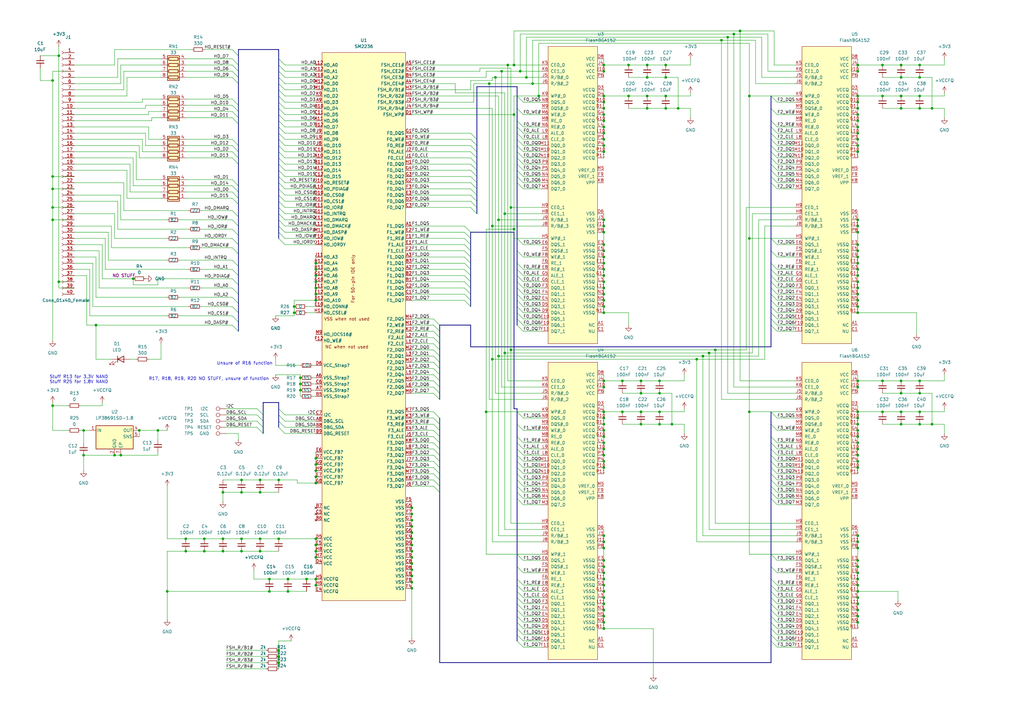
<source format=kicad_sch>
(kicad_sch (version 20211123) (generator eeschema)
  (paper "A3")
  (junction (at 369.57 173.99))
  (junction (at 351.79 118.11))
  (junction (at 369.57 161.29))
  (junction (at 351.79 120.65))
  (junction (at 220.98 39.37))
  (junction (at 285.75 147.32))
  (junction (at 361.95 156.21))
  (junction (at 199.39 168.91))
  (junction (at 270.51 168.91))
  (junction (at 46.99 186.69))
  (junction (at 361.95 39.37))
  (junction (at 247.65 115.57))
  (junction (at 168.91 233.68))
  (junction (at 114.3 220.98))
  (junction (at 106.68 201.93))
  (junction (at 247.65 176.53))
  (junction (at 369.57 156.21))
  (junction (at 247.65 52.07))
  (junction (at 351.79 115.57))
  (junction (at 351.79 240.03))
  (junction (at 351.79 158.75))
  (junction (at 76.2 226.06))
  (junction (at 247.65 123.19))
  (junction (at 99.06 226.06))
  (junction (at 351.79 222.25))
  (junction (at 351.79 255.27))
  (junction (at 361.95 168.91))
  (junction (at 168.91 213.36))
  (junction (at 307.34 97.79))
  (junction (at 247.65 100.33))
  (junction (at 210.82 93.98))
  (junction (at 21.59 85.09))
  (junction (at 83.82 226.06))
  (junction (at 39.37 133.35))
  (junction (at 351.79 242.57))
  (junction (at 168.91 226.06))
  (junction (at 351.79 181.61))
  (junction (at 351.79 176.53))
  (junction (at 207.01 87.63))
  (junction (at 247.65 57.15))
  (junction (at 247.65 29.21))
  (junction (at 129.54 107.95))
  (junction (at 168.91 208.28))
  (junction (at 377.19 168.91))
  (junction (at 377.19 39.37))
  (junction (at 129.54 228.6))
  (junction (at 257.81 39.37))
  (junction (at 351.79 95.25))
  (junction (at 273.05 44.45))
  (junction (at 247.65 168.91))
  (junction (at 21.59 90.17))
  (junction (at 377.19 156.21))
  (junction (at 114.3 269.24))
  (junction (at 351.79 59.69))
  (junction (at 247.65 95.25))
  (junction (at 369.57 26.67))
  (junction (at 168.91 241.3))
  (junction (at 106.68 196.85))
  (junction (at 351.79 191.77))
  (junction (at 247.65 39.37))
  (junction (at 351.79 128.27))
  (junction (at 247.65 240.03))
  (junction (at 129.54 190.5))
  (junction (at 247.65 62.23))
  (junction (at 168.91 236.22))
  (junction (at 106.68 220.98))
  (junction (at 247.65 90.17))
  (junction (at 247.65 237.49))
  (junction (at 34.29 176.53))
  (junction (at 247.65 59.69))
  (junction (at 270.51 161.29))
  (junction (at 247.65 232.41))
  (junction (at 351.79 247.65))
  (junction (at 247.65 219.71))
  (junction (at 270.51 173.99))
  (junction (at 351.79 232.41))
  (junction (at 351.79 125.73))
  (junction (at 247.65 158.75))
  (junction (at 204.47 90.17))
  (junction (at 351.79 26.67))
  (junction (at 377.19 161.29))
  (junction (at 351.79 46.99))
  (junction (at 247.65 107.95))
  (junction (at 64.77 176.53))
  (junction (at 247.65 46.99))
  (junction (at 168.91 228.6))
  (junction (at 57.15 176.53))
  (junction (at 210.82 46.99))
  (junction (at 168.91 231.14))
  (junction (at 247.65 44.45))
  (junction (at 351.79 92.71))
  (junction (at 351.79 156.21))
  (junction (at 351.79 250.19))
  (junction (at 247.65 120.65))
  (junction (at 247.65 222.25))
  (junction (at 209.55 143.51))
  (junction (at 265.43 26.67))
  (junction (at 247.65 242.57))
  (junction (at 203.2 31.75))
  (junction (at 351.79 39.37))
  (junction (at 129.54 115.57))
  (junction (at 129.54 195.58))
  (junction (at 351.79 184.15))
  (junction (at 273.05 26.67))
  (junction (at 210.82 26.67))
  (junction (at 369.57 31.75))
  (junction (at 255.27 156.21))
  (junction (at 351.79 168.91))
  (junction (at 270.51 156.21))
  (junction (at 351.79 234.95))
  (junction (at 106.68 226.06))
  (junction (at 351.79 171.45))
  (junction (at 247.65 156.21))
  (junction (at 382.27 44.45))
  (junction (at 209.55 85.09))
  (junction (at 110.49 237.49))
  (junction (at 351.79 90.17))
  (junction (at 91.44 201.93))
  (junction (at 129.54 220.98))
  (junction (at 293.37 143.51))
  (junction (at 24.13 115.57))
  (junction (at 247.65 125.73))
  (junction (at 351.79 224.79))
  (junction (at 247.65 54.61))
  (junction (at 247.65 118.11))
  (junction (at 110.49 242.57))
  (junction (at 120.65 128.27))
  (junction (at 168.91 220.98))
  (junction (at 123.19 154.94))
  (junction (at 351.79 252.73))
  (junction (at 247.65 189.23))
  (junction (at 262.89 173.99))
  (junction (at 21.59 72.39))
  (junction (at 168.91 215.9))
  (junction (at 351.79 110.49))
  (junction (at 247.65 245.11))
  (junction (at 265.43 44.45))
  (junction (at 303.53 12.7))
  (junction (at 247.65 128.27))
  (junction (at 129.54 240.03))
  (junction (at 361.95 26.67))
  (junction (at 168.91 223.52))
  (junction (at 351.79 49.53))
  (junction (at 129.54 113.03))
  (junction (at 200.66 34.29))
  (junction (at 247.65 171.45))
  (junction (at 369.57 168.91))
  (junction (at 382.27 173.99))
  (junction (at 68.58 242.57))
  (junction (at 351.79 44.45))
  (junction (at 273.05 31.75))
  (junction (at 351.79 105.41))
  (junction (at 377.19 31.75))
  (junction (at 290.83 144.78))
  (junction (at 247.65 105.41))
  (junction (at 247.65 252.73))
  (junction (at 351.79 54.61))
  (junction (at 129.54 237.49))
  (junction (at 247.65 49.53))
  (junction (at 351.79 229.87))
  (junction (at 247.65 173.99))
  (junction (at 247.65 224.79))
  (junction (at 262.89 168.91))
  (junction (at 129.54 193.04))
  (junction (at 247.65 41.91))
  (junction (at 247.65 102.87))
  (junction (at 247.65 26.67))
  (junction (at 83.82 220.98))
  (junction (at 204.47 146.05))
  (junction (at 351.79 173.99))
  (junction (at 351.79 189.23))
  (junction (at 257.81 26.67))
  (junction (at 351.79 62.23))
  (junction (at 298.45 15.24))
  (junction (at 54.61 114.3))
  (junction (at 120.65 125.73))
  (junction (at 21.59 33.02))
  (junction (at 351.79 107.95))
  (junction (at 99.06 201.93))
  (junction (at 91.44 220.98))
  (junction (at 247.65 250.19))
  (junction (at 295.91 16.51))
  (junction (at 247.65 247.65))
  (junction (at 125.73 237.49))
  (junction (at 351.79 102.87))
  (junction (at 123.19 160.02))
  (junction (at 34.29 186.69))
  (junction (at 247.65 92.71))
  (junction (at 351.79 113.03))
  (junction (at 208.28 26.67))
  (junction (at 255.27 168.91))
  (junction (at 129.54 198.12))
  (junction (at 168.91 210.82))
  (junction (at 118.11 237.49))
  (junction (at 247.65 110.49))
  (junction (at 247.65 255.27))
  (junction (at 247.65 181.61))
  (junction (at 218.44 34.29))
  (junction (at 247.65 234.95))
  (junction (at 247.65 113.03))
  (junction (at 377.19 26.67))
  (junction (at 377.19 44.45))
  (junction (at 351.79 186.69))
  (junction (at 351.79 29.21))
  (junction (at 247.65 257.81))
  (junction (at 307.34 168.91))
  (junction (at 351.79 57.15))
  (junction (at 99.06 220.98))
  (junction (at 247.65 186.69))
  (junction (at 247.65 229.87))
  (junction (at 205.74 29.21))
  (junction (at 201.93 92.71))
  (junction (at 49.53 186.69))
  (junction (at 351.79 179.07))
  (junction (at 369.57 39.37))
  (junction (at 24.13 22.86))
  (junction (at 129.54 118.11))
  (junction (at 99.06 196.85))
  (junction (at 118.11 242.57))
  (junction (at 351.79 245.11))
  (junction (at 215.9 31.75))
  (junction (at 351.79 237.49))
  (junction (at 129.54 226.06))
  (junction (at 307.34 39.37))
  (junction (at 168.91 238.76))
  (junction (at 369.57 44.45))
  (junction (at 76.2 220.98))
  (junction (at 377.19 173.99))
  (junction (at 300.99 13.97))
  (junction (at 168.91 218.44))
  (junction (at 265.43 39.37))
  (junction (at 247.65 184.15))
  (junction (at 21.59 77.47))
  (junction (at 114.3 271.78))
  (junction (at 273.05 39.37))
  (junction (at 21.59 166.37))
  (junction (at 351.79 100.33))
  (junction (at 351.79 123.19))
  (junction (at 129.54 123.19))
  (junction (at 278.13 44.45))
  (junction (at 288.29 146.05))
  (junction (at 213.36 29.21))
  (junction (at 351.79 52.07))
  (junction (at 129.54 223.52))
  (junction (at 351.79 219.71))
  (junction (at 91.44 226.06))
  (junction (at 114.3 196.85))
  (junction (at 129.54 187.96))
  (junction (at 114.3 266.7))
  (junction (at 129.54 110.49))
  (junction (at 129.54 120.65))
  (junction (at 201.93 147.32))
  (junction (at 351.79 41.91))
  (junction (at 207.01 144.78))
  (junction (at 262.89 161.29))
  (junction (at 123.19 157.48))
  (junction (at 265.43 31.75))
  (junction (at 275.59 173.99))
  (junction (at 262.89 156.21))
  (junction (at 247.65 191.77))
  (junction (at 247.65 179.07))
  (bus_entry (at 316.23 57.15) (size 2.54 2.54))
  (bus_entry (at 212.09 257.81) (size 2.54 2.54))
  (bus_entry (at 212.09 120.65) (size 2.54 2.54))
  (bus_entry (at 212.09 110.49) (size 2.54 2.54))
  (bus_entry (at 316.23 125.73) (size 2.54 2.54))
  (bus_entry (at 212.09 252.73) (size 2.54 2.54))
  (bus_entry (at 212.09 102.87) (size 2.54 2.54))
  (bus_entry (at 177.8 189.23) (size 2.54 2.54))
  (bus_entry (at 177.8 161.29) (size 2.54 2.54))
  (bus_entry (at 190.5 123.19) (size 2.54 2.54))
  (bus_entry (at 177.8 179.07) (size 2.54 2.54))
  (bus_entry (at 177.8 191.77) (size 2.54 2.54))
  (bus_entry (at 316.23 118.11) (size 2.54 2.54))
  (bus_entry (at 316.23 69.85) (size 2.54 2.54))
  (bus_entry (at 95.25 40.64) (size 2.54 2.54))
  (bus_entry (at 95.25 43.18) (size 2.54 2.54))
  (bus_entry (at 95.25 45.72) (size 2.54 2.54))
  (bus_entry (at 95.25 24.13) (size 2.54 2.54))
  (bus_entry (at 95.25 26.67) (size 2.54 2.54))
  (bus_entry (at 95.25 29.21) (size 2.54 2.54))
  (bus_entry (at 95.25 20.32) (size 2.54 2.54))
  (bus_entry (at 177.8 196.85) (size 2.54 2.54))
  (bus_entry (at 190.5 95.25) (size 2.54 2.54))
  (bus_entry (at 177.8 151.13) (size 2.54 2.54))
  (bus_entry (at 316.23 123.19) (size 2.54 2.54))
  (bus_entry (at 316.23 62.23) (size 2.54 2.54))
  (bus_entry (at 212.09 118.11) (size 2.54 2.54))
  (bus_entry (at 316.23 247.65) (size 2.54 2.54))
  (bus_entry (at 316.23 67.31) (size 2.54 2.54))
  (bus_entry (at 316.23 120.65) (size 2.54 2.54))
  (bus_entry (at 212.09 196.85) (size 2.54 2.54))
  (bus_entry (at 316.23 199.39) (size 2.54 2.54))
  (bus_entry (at 190.5 120.65) (size 2.54 2.54))
  (bus_entry (at 105.41 175.26) (size 2.54 2.54))
  (bus_entry (at 105.41 172.72) (size 2.54 2.54))
  (bus_entry (at 105.41 170.18) (size 2.54 2.54))
  (bus_entry (at 105.41 167.64) (size 2.54 2.54))
  (bus_entry (at 212.09 123.19) (size 2.54 2.54))
  (bus_entry (at 212.09 128.27) (size 2.54 2.54))
  (bus_entry (at 177.8 184.15) (size 2.54 2.54))
  (bus_entry (at 212.09 130.81) (size 2.54 2.54))
  (bus_entry (at 177.8 173.99) (size 2.54 2.54))
  (bus_entry (at 316.23 115.57) (size 2.54 2.54))
  (bus_entry (at 190.5 100.33) (size 2.54 2.54))
  (bus_entry (at 316.23 250.19) (size 2.54 2.54))
  (bus_entry (at 316.23 110.49) (size 2.54 2.54))
  (bus_entry (at 316.23 191.77) (size 2.54 2.54))
  (bus_entry (at 212.09 247.65) (size 2.54 2.54))
  (bus_entry (at 190.5 110.49) (size 2.54 2.54))
  (bus_entry (at 212.09 201.93) (size 2.54 2.54))
  (bus_entry (at 212.09 204.47) (size 2.54 2.54))
  (bus_entry (at 316.23 97.79) (size 2.54 2.54))
  (bus_entry (at 316.23 74.93) (size 2.54 2.54))
  (bus_entry (at 212.09 260.35) (size 2.54 2.54))
  (bus_entry (at 212.09 181.61) (size 2.54 2.54))
  (bus_entry (at 316.23 59.69) (size 2.54 2.54))
  (bus_entry (at 316.23 72.39) (size 2.54 2.54))
  (bus_entry (at 177.8 140.97) (size 2.54 2.54))
  (bus_entry (at 316.23 227.33) (size 2.54 2.54))
  (bus_entry (at 212.09 186.69) (size 2.54 2.54))
  (bus_entry (at 316.23 237.49) (size 2.54 2.54))
  (bus_entry (at 190.5 107.95) (size 2.54 2.54))
  (bus_entry (at 177.8 148.59) (size 2.54 2.54))
  (bus_entry (at 316.23 232.41) (size 2.54 2.54))
  (bus_entry (at 177.8 171.45) (size 2.54 2.54))
  (bus_entry (at 316.23 257.81) (size 2.54 2.54))
  (bus_entry (at 212.09 67.31) (size 2.54 2.54))
  (bus_entry (at 212.09 69.85) (size 2.54 2.54))
  (bus_entry (at 212.09 72.39) (size 2.54 2.54))
  (bus_entry (at 212.09 74.93) (size 2.54 2.54))
  (bus_entry (at 212.09 52.07) (size 2.54 2.54))
  (bus_entry (at 212.09 54.61) (size 2.54 2.54))
  (bus_entry (at 212.09 57.15) (size 2.54 2.54))
  (bus_entry (at 212.09 59.69) (size 2.54 2.54))
  (bus_entry (at 212.09 62.23) (size 2.54 2.54))
  (bus_entry (at 212.09 64.77) (size 2.54 2.54))
  (bus_entry (at 212.09 49.53) (size 2.54 2.54))
  (bus_entry (at 212.09 44.45) (size 2.54 2.54))
  (bus_entry (at 212.09 39.37) (size 2.54 2.54))
  (bus_entry (at 212.09 97.79) (size 2.54 2.54))
  (bus_entry (at 190.5 115.57) (size 2.54 2.54))
  (bus_entry (at 177.8 156.21) (size 2.54 2.54))
  (bus_entry (at 177.8 181.61) (size 2.54 2.54))
  (bus_entry (at 316.23 255.27) (size 2.54 2.54))
  (bus_entry (at 190.5 97.79) (size 2.54 2.54))
  (bus_entry (at 177.8 199.39) (size 2.54 2.54))
  (bus_entry (at 114.3 175.26) (size 2.54 2.54))
  (bus_entry (at 114.3 172.72) (size 2.54 2.54))
  (bus_entry (at 114.3 170.18) (size 2.54 2.54))
  (bus_entry (at 114.3 167.64) (size 2.54 2.54))
  (bus_entry (at 212.09 250.19) (size 2.54 2.54))
  (bus_entry (at 316.23 64.77) (size 2.54 2.54))
  (bus_entry (at 212.09 237.49) (size 2.54 2.54))
  (bus_entry (at 177.8 168.91) (size 2.54 2.54))
  (bus_entry (at 316.23 184.15) (size 2.54 2.54))
  (bus_entry (at 212.09 115.57) (size 2.54 2.54))
  (bus_entry (at 316.23 133.35) (size 2.54 2.54))
  (bus_entry (at 316.23 128.27) (size 2.54 2.54))
  (bus_entry (at 316.23 204.47) (size 2.54 2.54))
  (bus_entry (at 212.09 179.07) (size 2.54 2.54))
  (bus_entry (at 212.09 133.35) (size 2.54 2.54))
  (bus_entry (at 190.5 102.87) (size 2.54 2.54))
  (bus_entry (at 177.8 194.31) (size 2.54 2.54))
  (bus_entry (at 190.5 92.71) (size 2.54 2.54))
  (bus_entry (at 316.23 181.61) (size 2.54 2.54))
  (bus_entry (at 212.09 107.95) (size 2.54 2.54))
  (bus_entry (at 177.8 143.51) (size 2.54 2.54))
  (bus_entry (at 316.23 39.37) (size 2.54 2.54))
  (bus_entry (at 316.23 54.61) (size 2.54 2.54))
  (bus_entry (at 212.09 189.23) (size 2.54 2.54))
  (bus_entry (at 212.09 191.77) (size 2.54 2.54))
  (bus_entry (at 316.23 262.89) (size 2.54 2.54))
  (bus_entry (at 177.8 133.35) (size 2.54 2.54))
  (bus_entry (at 177.8 135.89) (size 2.54 2.54))
  (bus_entry (at 316.23 186.69) (size 2.54 2.54))
  (bus_entry (at 316.23 49.53) (size 2.54 2.54))
  (bus_entry (at 212.09 255.27) (size 2.54 2.54))
  (bus_entry (at 95.25 31.75) (size 2.54 2.54))
  (bus_entry (at 212.09 227.33) (size 2.54 2.54))
  (bus_entry (at 190.5 105.41) (size 2.54 2.54))
  (bus_entry (at 177.8 146.05) (size 2.54 2.54))
  (bus_entry (at 212.09 232.41) (size 2.54 2.54))
  (bus_entry (at 316.23 130.81) (size 2.54 2.54))
  (bus_entry (at 316.23 260.35) (size 2.54 2.54))
  (bus_entry (at 212.09 262.89) (size 2.54 2.54))
  (bus_entry (at 212.09 125.73) (size 2.54 2.54))
  (bus_entry (at 177.8 138.43) (size 2.54 2.54))
  (bus_entry (at 177.8 176.53) (size 2.54 2.54))
  (bus_entry (at 316.23 252.73) (size 2.54 2.54))
  (bus_entry (at 212.09 173.99) (size 2.54 2.54))
  (bus_entry (at 190.5 118.11) (size 2.54 2.54))
  (bus_entry (at 193.04 74.93) (size 2.54 2.54))
  (bus_entry (at 193.04 67.31) (size 2.54 2.54))
  (bus_entry (at 193.04 69.85) (size 2.54 2.54))
  (bus_entry (at 193.04 72.39) (size 2.54 2.54))
  (bus_entry (at 193.04 64.77) (size 2.54 2.54))
  (bus_entry (at 193.04 62.23) (size 2.54 2.54))
  (bus_entry (at 193.04 54.61) (size 2.54 2.54))
  (bus_entry (at 193.04 57.15) (size 2.54 2.54))
  (bus_entry (at 193.04 59.69) (size 2.54 2.54))
  (bus_entry (at 193.04 82.55) (size 2.54 2.54))
  (bus_entry (at 193.04 85.09) (size 2.54 2.54))
  (bus_entry (at 193.04 77.47) (size 2.54 2.54))
  (bus_entry (at 193.04 80.01) (size 2.54 2.54))
  (bus_entry (at 177.8 153.67) (size 2.54 2.54))
  (bus_entry (at 212.09 168.91) (size 2.54 2.54))
  (bus_entry (at 316.23 173.99) (size 2.54 2.54))
  (bus_entry (at 316.23 113.03) (size 2.54 2.54))
  (bus_entry (at 114.3 72.39) (size 2.54 2.54))
  (bus_entry (at 114.3 74.93) (size 2.54 2.54))
  (bus_entry (at 114.3 77.47) (size 2.54 2.54))
  (bus_entry (at 114.3 80.01) (size 2.54 2.54))
  (bus_entry (at 114.3 82.55) (size 2.54 2.54))
  (bus_entry (at 114.3 85.09) (size 2.54 2.54))
  (bus_entry (at 114.3 87.63) (size 2.54 2.54))
  (bus_entry (at 114.3 90.17) (size 2.54 2.54))
  (bus_entry (at 114.3 92.71) (size 2.54 2.54))
  (bus_entry (at 114.3 95.25) (size 2.54 2.54))
  (bus_entry (at 114.3 97.79) (size 2.54 2.54))
  (bus_entry (at 114.3 69.85) (size 2.54 2.54))
  (bus_entry (at 212.09 242.57) (size 2.54 2.54))
  (bus_entry (at 316.23 245.11) (size 2.54 2.54))
  (bus_entry (at 316.23 107.95) (size 2.54 2.54))
  (bus_entry (at 316.23 194.31) (size 2.54 2.54))
  (bus_entry (at 316.23 44.45) (size 2.54 2.54))
  (bus_entry (at 212.09 245.11) (size 2.54 2.54))
  (bus_entry (at 316.23 196.85) (size 2.54 2.54))
  (bus_entry (at 316.23 189.23) (size 2.54 2.54))
  (bus_entry (at 114.3 44.45) (size 2.54 2.54))
  (bus_entry (at 114.3 41.91) (size 2.54 2.54))
  (bus_entry (at 114.3 39.37) (size 2.54 2.54))
  (bus_entry (at 114.3 36.83) (size 2.54 2.54))
  (bus_entry (at 114.3 34.29) (size 2.54 2.54))
  (bus_entry (at 114.3 31.75) (size 2.54 2.54))
  (bus_entry (at 114.3 29.21) (size 2.54 2.54))
  (bus_entry (at 114.3 26.67) (size 2.54 2.54))
  (bus_entry (at 114.3 24.13) (size 2.54 2.54))
  (bus_entry (at 114.3 67.31) (size 2.54 2.54))
  (bus_entry (at 114.3 64.77) (size 2.54 2.54))
  (bus_entry (at 114.3 62.23) (size 2.54 2.54))
  (bus_entry (at 114.3 59.69) (size 2.54 2.54))
  (bus_entry (at 114.3 57.15) (size 2.54 2.54))
  (bus_entry (at 114.3 54.61) (size 2.54 2.54))
  (bus_entry (at 114.3 52.07) (size 2.54 2.54))
  (bus_entry (at 114.3 49.53) (size 2.54 2.54))
  (bus_entry (at 114.3 46.99) (size 2.54 2.54))
  (bus_entry (at 212.09 184.15) (size 2.54 2.54))
  (bus_entry (at 316.23 102.87) (size 2.54 2.54))
  (bus_entry (at 316.23 179.07) (size 2.54 2.54))
  (bus_entry (at 316.23 240.03) (size 2.54 2.54))
  (bus_entry (at 212.09 194.31) (size 2.54 2.54))
  (bus_entry (at 95.25 121.92) (size 2.54 2.54))
  (bus_entry (at 95.25 125.73) (size 2.54 2.54))
  (bus_entry (at 95.25 129.54) (size 2.54 2.54))
  (bus_entry (at 95.25 133.35) (size 2.54 2.54))
  (bus_entry (at 190.5 113.03) (size 2.54 2.54))
  (bus_entry (at 316.23 168.91) (size 2.54 2.54))
  (bus_entry (at 177.8 186.69) (size 2.54 2.54))
  (bus_entry (at 316.23 242.57) (size 2.54 2.54))
  (bus_entry (at 177.8 158.75) (size 2.54 2.54))
  (bus_entry (at 212.09 240.03) (size 2.54 2.54))
  (bus_entry (at 316.23 52.07) (size 2.54 2.54))
  (bus_entry (at 212.09 113.03) (size 2.54 2.54))
  (bus_entry (at 212.09 199.39) (size 2.54 2.54))
  (bus_entry (at 177.8 130.81) (size 2.54 2.54))
  (bus_entry (at 95.25 101.6) (size 2.54 2.54))
  (bus_entry (at 95.25 106.68) (size 2.54 2.54))
  (bus_entry (at 95.25 86.36) (size 2.54 2.54))
  (bus_entry (at 95.25 90.17) (size 2.54 2.54))
  (bus_entry (at 95.25 93.98) (size 2.54 2.54))
  (bus_entry (at 95.25 97.79) (size 2.54 2.54))
  (bus_entry (at 95.25 110.49) (size 2.54 2.54))
  (bus_entry (at 95.25 114.3) (size 2.54 2.54))
  (bus_entry (at 95.25 118.11) (size 2.54 2.54))
  (bus_entry (at 95.25 64.77) (size 2.54 2.54))
  (bus_entry (at 95.25 73.66) (size 2.54 2.54))
  (bus_entry (at 95.25 62.23) (size 2.54 2.54))
  (bus_entry (at 95.25 76.2) (size 2.54 2.54))
  (bus_entry (at 95.25 78.74) (size 2.54 2.54))
  (bus_entry (at 95.25 81.28) (size 2.54 2.54))
  (bus_entry (at 95.25 48.26) (size 2.54 2.54))
  (bus_entry (at 95.25 57.15) (size 2.54 2.54))
  (bus_entry (at 95.25 59.69) (size 2.54 2.54))
  (bus_entry (at 316.23 201.93) (size 2.54 2.54))
  (wire (pts (xy 387.35 167.64) (xy 387.35 168.91)))
  (wire (pts (xy 247.65 102.87) (xy 247.65 105.41)))
  (wire (pts (xy 214.63 262.89) (xy 222.25 262.89)))
  (wire (pts (xy 204.47 90.17) (xy 222.25 90.17)))
  (wire (pts (xy 351.79 245.11) (xy 351.79 247.65)))
  (bus (pts (xy 97.79 48.26) (xy 97.79 50.8)))
  (bus (pts (xy 180.34 151.13) (xy 180.34 153.67)))
  (wire (pts (xy 52.07 31.75) (xy 66.04 31.75)))
  (wire (pts (xy 168.91 140.97) (xy 177.8 140.97)))
  (wire (pts (xy 247.65 158.75) (xy 247.65 161.29)))
  (wire (pts (xy 318.77 245.11) (xy 326.39 245.11)))
  (wire (pts (xy 351.79 181.61) (xy 351.79 184.15)))
  (wire (pts (xy 351.79 90.17) (xy 351.79 92.71)))
  (wire (pts (xy 168.91 228.6) (xy 168.91 231.14)))
  (wire (pts (xy 116.84 95.25) (xy 129.54 95.25)))
  (wire (pts (xy 255.27 161.29) (xy 262.89 161.29)))
  (wire (pts (xy 306.07 143.51) (xy 306.07 85.09)))
  (wire (pts (xy 30.48 64.77) (xy 54.61 64.77)))
  (wire (pts (xy 222.25 219.71) (xy 204.47 219.71)))
  (wire (pts (xy 214.63 125.73) (xy 222.25 125.73)))
  (wire (pts (xy 351.79 120.65) (xy 351.79 123.19)))
  (wire (pts (xy 129.54 195.58) (xy 129.54 198.12)))
  (wire (pts (xy 59.69 44.45) (xy 59.69 43.18)))
  (wire (pts (xy 273.05 39.37) (xy 283.21 39.37)))
  (wire (pts (xy 351.79 166.37) (xy 351.79 168.91)))
  (bus (pts (xy 114.3 67.31) (xy 114.3 64.77)))
  (wire (pts (xy 295.91 16.51) (xy 309.88 16.51)))
  (wire (pts (xy 21.59 72.39) (xy 21.59 33.02)))
  (wire (pts (xy 316.23 97.79) (xy 307.34 97.79)))
  (wire (pts (xy 222.25 168.91) (xy 212.09 168.91)))
  (wire (pts (xy 46.99 186.69) (xy 49.53 186.69)))
  (wire (pts (xy 212.09 168.91) (xy 199.39 168.91)))
  (wire (pts (xy 91.44 201.93) (xy 91.44 205.74)))
  (wire (pts (xy 247.65 252.73) (xy 247.65 255.27)))
  (bus (pts (xy 114.3 69.85) (xy 114.3 67.31)))
  (wire (pts (xy 116.84 85.09) (xy 129.54 85.09)))
  (wire (pts (xy 106.68 201.93) (xy 114.3 201.93)))
  (wire (pts (xy 247.65 257.81) (xy 267.97 257.81)))
  (wire (pts (xy 214.63 265.43) (xy 222.25 265.43)))
  (wire (pts (xy 168.91 143.51) (xy 177.8 143.51)))
  (wire (pts (xy 369.57 39.37) (xy 377.19 39.37)))
  (wire (pts (xy 351.79 158.75) (xy 351.79 161.29)))
  (wire (pts (xy 129.54 237.49) (xy 129.54 240.03)))
  (wire (pts (xy 326.39 87.63) (xy 308.61 87.63)))
  (wire (pts (xy 48.26 82.55) (xy 48.26 93.98)))
  (bus (pts (xy 193.04 133.35) (xy 193.04 142.24)))
  (wire (pts (xy 116.84 57.15) (xy 129.54 57.15)))
  (bus (pts (xy 212.09 35.56) (xy 212.09 39.37)))
  (wire (pts (xy 247.65 156.21) (xy 247.65 158.75)))
  (wire (pts (xy 214.63 133.35) (xy 222.25 133.35)))
  (bus (pts (xy 180.34 173.99) (xy 180.34 176.53)))
  (bus (pts (xy 97.79 62.23) (xy 97.79 64.77)))
  (wire (pts (xy 66.04 59.69) (xy 59.69 59.69)))
  (bus (pts (xy 107.95 175.26) (xy 107.95 177.8)))
  (bus (pts (xy 107.95 172.72) (xy 107.95 175.26)))
  (bus (pts (xy 212.09 107.95) (xy 212.09 110.49)))
  (bus (pts (xy 316.23 54.61) (xy 316.23 57.15)))
  (wire (pts (xy 298.45 15.24) (xy 215.9 15.24)))
  (wire (pts (xy 318.77 125.73) (xy 326.39 125.73)))
  (wire (pts (xy 318.77 234.95) (xy 326.39 234.95)))
  (wire (pts (xy 129.54 118.11) (xy 129.54 120.65)))
  (wire (pts (xy 38.1 125.73) (xy 77.47 125.73)))
  (wire (pts (xy 369.57 31.75) (xy 377.19 31.75)))
  (wire (pts (xy 168.91 135.89) (xy 177.8 135.89)))
  (wire (pts (xy 168.91 199.39) (xy 177.8 199.39)))
  (wire (pts (xy 116.84 172.72) (xy 129.54 172.72)))
  (wire (pts (xy 116.84 74.93) (xy 129.54 74.93)))
  (wire (pts (xy 76.2 43.18) (xy 95.25 43.18)))
  (wire (pts (xy 283.21 44.45) (xy 283.21 48.26)))
  (wire (pts (xy 168.91 59.69) (xy 193.04 59.69)))
  (wire (pts (xy 168.91 107.95) (xy 190.5 107.95)))
  (wire (pts (xy 92.71 266.7) (xy 109.22 266.7)))
  (wire (pts (xy 222.25 214.63) (xy 209.55 214.63)))
  (wire (pts (xy 39.37 105.41) (xy 39.37 121.92)))
  (wire (pts (xy 168.91 231.14) (xy 168.91 233.68)))
  (bus (pts (xy 316.23 49.53) (xy 316.23 52.07)))
  (bus (pts (xy 97.79 83.82) (xy 97.79 88.9)))
  (wire (pts (xy 247.65 120.65) (xy 247.65 123.19)))
  (wire (pts (xy 50.8 36.83) (xy 30.48 36.83)))
  (wire (pts (xy 318.77 41.91) (xy 326.39 41.91)))
  (wire (pts (xy 318.77 64.77) (xy 326.39 64.77)))
  (wire (pts (xy 21.59 165.1) (xy 21.59 166.37)))
  (wire (pts (xy 351.79 95.25) (xy 351.79 100.33)))
  (wire (pts (xy 118.11 237.49) (xy 125.73 237.49)))
  (wire (pts (xy 82.55 101.6) (xy 95.25 101.6)))
  (wire (pts (xy 128.27 162.56) (xy 129.54 162.56)))
  (wire (pts (xy 193.04 36.83) (xy 193.04 33.02)))
  (bus (pts (xy 195.58 57.15) (xy 195.58 59.69)))
  (bus (pts (xy 180.34 176.53) (xy 180.34 179.07)))
  (bus (pts (xy 212.09 189.23) (xy 212.09 191.77)))
  (wire (pts (xy 351.79 39.37) (xy 361.95 39.37)))
  (wire (pts (xy 168.91 118.11) (xy 190.5 118.11)))
  (bus (pts (xy 195.58 77.47) (xy 195.58 80.01)))
  (wire (pts (xy 247.65 46.99) (xy 247.65 49.53)))
  (wire (pts (xy 214.63 118.11) (xy 222.25 118.11)))
  (wire (pts (xy 220.98 39.37) (xy 212.09 39.37)))
  (wire (pts (xy 114.3 220.98) (xy 129.54 220.98)))
  (wire (pts (xy 114.3 266.7) (xy 114.3 262.89)))
  (wire (pts (xy 275.59 173.99) (xy 280.67 173.99)))
  (wire (pts (xy 205.74 158.75) (xy 205.74 29.21)))
  (wire (pts (xy 351.79 224.79) (xy 351.79 229.87)))
  (bus (pts (xy 316.23 199.39) (xy 316.23 201.93)))
  (wire (pts (xy 92.71 167.64) (xy 105.41 167.64)))
  (bus (pts (xy 212.09 173.99) (xy 212.09 179.07)))
  (wire (pts (xy 120.65 125.73) (xy 120.65 123.19)))
  (wire (pts (xy 128.27 160.02) (xy 129.54 160.02)))
  (wire (pts (xy 262.89 156.21) (xy 255.27 156.21)))
  (bus (pts (xy 212.09 232.41) (xy 212.09 237.49)))
  (wire (pts (xy 168.91 100.33) (xy 190.5 100.33)))
  (wire (pts (xy 97.79 177.8) (xy 92.71 177.8)))
  (wire (pts (xy 247.65 92.71) (xy 247.65 95.25)))
  (wire (pts (xy 351.79 176.53) (xy 351.79 179.07)))
  (bus (pts (xy 316.23 247.65) (xy 316.23 250.19)))
  (wire (pts (xy 125.73 237.49) (xy 129.54 237.49)))
  (wire (pts (xy 30.48 105.41) (xy 39.37 105.41)))
  (wire (pts (xy 318.77 201.93) (xy 326.39 201.93)))
  (wire (pts (xy 382.27 173.99) (xy 387.35 173.99)))
  (bus (pts (xy 212.09 113.03) (xy 212.09 115.57)))
  (wire (pts (xy 76.2 73.66) (xy 95.25 73.66)))
  (bus (pts (xy 316.23 67.31) (xy 316.23 69.85)))
  (wire (pts (xy 351.79 222.25) (xy 351.79 224.79)))
  (wire (pts (xy 288.29 146.05) (xy 311.15 146.05)))
  (bus (pts (xy 97.79 128.27) (xy 97.79 132.08)))
  (wire (pts (xy 313.69 147.32) (xy 285.75 147.32)))
  (wire (pts (xy 24.13 118.11) (xy 30.48 118.11)))
  (wire (pts (xy 326.39 156.21) (xy 303.53 156.21)))
  (wire (pts (xy 318.77 184.15) (xy 326.39 184.15)))
  (wire (pts (xy 214.63 199.39) (xy 222.25 199.39)))
  (wire (pts (xy 129.54 223.52) (xy 129.54 226.06)))
  (wire (pts (xy 30.48 74.93) (xy 50.8 74.93)))
  (wire (pts (xy 270.51 156.21) (xy 262.89 156.21)))
  (wire (pts (xy 54.61 116.84) (xy 54.61 114.3)))
  (wire (pts (xy 168.91 223.52) (xy 168.91 226.06)))
  (wire (pts (xy 64.77 116.84) (xy 54.61 116.84)))
  (wire (pts (xy 318.77 204.47) (xy 326.39 204.47)))
  (wire (pts (xy 66.04 147.32) (xy 66.04 140.97)))
  (wire (pts (xy 326.39 214.63) (xy 293.37 214.63)))
  (wire (pts (xy 64.77 186.69) (xy 49.53 186.69)))
  (bus (pts (xy 114.3 36.83) (xy 114.3 34.29)))
  (bus (pts (xy 316.23 107.95) (xy 316.23 110.49)))
  (bus (pts (xy 316.23 62.23) (xy 316.23 64.77)))
  (wire (pts (xy 214.63 255.27) (xy 222.25 255.27)))
  (wire (pts (xy 280.67 173.99) (xy 280.67 177.8)))
  (wire (pts (xy 116.84 80.01) (xy 129.54 80.01)))
  (wire (pts (xy 76.2 76.2) (xy 95.25 76.2)))
  (wire (pts (xy 213.36 29.21) (xy 222.25 29.21)))
  (wire (pts (xy 64.77 176.53) (xy 64.77 180.34)))
  (wire (pts (xy 222.25 156.21) (xy 208.28 156.21)))
  (wire (pts (xy 293.37 143.51) (xy 306.07 143.51)))
  (wire (pts (xy 168.91 120.65) (xy 190.5 120.65)))
  (bus (pts (xy 212.09 181.61) (xy 212.09 184.15)))
  (wire (pts (xy 168.91 218.44) (xy 168.91 220.98)))
  (bus (pts (xy 97.79 22.86) (xy 97.79 26.67)))
  (bus (pts (xy 212.09 69.85) (xy 212.09 72.39)))
  (wire (pts (xy 62.23 48.26) (xy 66.04 48.26)))
  (wire (pts (xy 318.77 59.69) (xy 326.39 59.69)))
  (wire (pts (xy 129.54 240.03) (xy 129.54 242.57)))
  (wire (pts (xy 21.59 33.02) (xy 21.59 29.21)))
  (wire (pts (xy 48.26 24.13) (xy 66.04 24.13)))
  (wire (pts (xy 116.84 170.18) (xy 129.54 170.18)))
  (wire (pts (xy 45.72 92.71) (xy 45.72 101.6)))
  (bus (pts (xy 97.79 104.14) (xy 97.79 109.22)))
  (wire (pts (xy 168.91 26.67) (xy 208.28 26.67)))
  (wire (pts (xy 247.65 179.07) (xy 247.65 181.61)))
  (wire (pts (xy 214.63 54.61) (xy 222.25 54.61)))
  (bus (pts (xy 114.3 34.29) (xy 114.3 31.75)))
  (wire (pts (xy 303.53 156.21) (xy 303.53 12.7)))
  (wire (pts (xy 49.53 90.17) (xy 68.58 90.17)))
  (wire (pts (xy 316.23 227.33) (xy 307.34 227.33)))
  (wire (pts (xy 318.77 176.53) (xy 326.39 176.53)))
  (wire (pts (xy 210.82 97.79) (xy 210.82 93.98)))
  (bus (pts (xy 114.3 92.71) (xy 114.3 90.17)))
  (wire (pts (xy 326.39 227.33) (xy 316.23 227.33)))
  (wire (pts (xy 21.59 85.09) (xy 30.48 85.09)))
  (wire (pts (xy 307.34 17.78) (xy 307.34 39.37)))
  (wire (pts (xy 247.65 250.19) (xy 247.65 252.73)))
  (wire (pts (xy 82.55 118.11) (xy 95.25 118.11)))
  (bus (pts (xy 97.79 120.65) (xy 97.79 124.46)))
  (wire (pts (xy 283.21 24.13) (xy 283.21 26.67)))
  (wire (pts (xy 199.39 29.21) (xy 205.74 29.21)))
  (wire (pts (xy 116.84 175.26) (xy 129.54 175.26)))
  (wire (pts (xy 318.77 229.87) (xy 326.39 229.87)))
  (bus (pts (xy 180.34 133.35) (xy 180.34 135.89)))
  (wire (pts (xy 377.19 31.75) (xy 382.27 31.75)))
  (wire (pts (xy 214.63 194.31) (xy 222.25 194.31)))
  (bus (pts (xy 212.09 67.31) (xy 212.09 69.85)))
  (bus (pts (xy 114.3 95.25) (xy 114.3 92.71)))
  (wire (pts (xy 351.79 52.07) (xy 351.79 54.61)))
  (wire (pts (xy 46.99 20.32) (xy 78.74 20.32)))
  (wire (pts (xy 114.3 196.85) (xy 106.68 196.85)))
  (wire (pts (xy 30.48 113.03) (xy 35.56 113.03)))
  (wire (pts (xy 212.09 97.79) (xy 210.82 97.79)))
  (wire (pts (xy 361.95 31.75) (xy 369.57 31.75)))
  (wire (pts (xy 247.65 87.63) (xy 247.65 90.17)))
  (wire (pts (xy 307.34 227.33) (xy 307.34 168.91)))
  (wire (pts (xy 308.61 87.63) (xy 308.61 144.78)))
  (wire (pts (xy 168.91 215.9) (xy 168.91 218.44)))
  (wire (pts (xy 309.88 16.51) (xy 309.88 34.29)))
  (bus (pts (xy 212.09 72.39) (xy 212.09 74.93)))
  (wire (pts (xy 168.91 72.39) (xy 193.04 72.39)))
  (bus (pts (xy 212.09 260.35) (xy 212.09 262.89)))
  (wire (pts (xy 73.66 121.92) (xy 95.25 121.92)))
  (bus (pts (xy 180.34 153.67) (xy 180.34 156.21)))
  (bus (pts (xy 212.09 52.07) (xy 212.09 54.61)))
  (wire (pts (xy 290.83 144.78) (xy 207.01 144.78)))
  (wire (pts (xy 298.45 161.29) (xy 298.45 15.24)))
  (bus (pts (xy 114.3 57.15) (xy 114.3 54.61)))
  (wire (pts (xy 214.63 100.33) (xy 222.25 100.33)))
  (wire (pts (xy 247.65 52.07) (xy 247.65 54.61)))
  (wire (pts (xy 247.65 219.71) (xy 247.65 222.25)))
  (bus (pts (xy 212.09 242.57) (xy 212.09 245.11)))
  (wire (pts (xy 116.84 26.67) (xy 129.54 26.67)))
  (bus (pts (xy 114.3 165.1) (xy 114.3 167.64)))
  (wire (pts (xy 351.79 57.15) (xy 351.79 59.69)))
  (wire (pts (xy 76.2 78.74) (xy 95.25 78.74)))
  (bus (pts (xy 97.79 88.9) (xy 97.79 92.71)))
  (bus (pts (xy 316.23 242.57) (xy 316.23 245.11)))
  (wire (pts (xy 168.91 130.81) (xy 177.8 130.81)))
  (bus (pts (xy 195.58 67.31) (xy 195.58 69.85)))
  (bus (pts (xy 212.09 194.31) (xy 212.09 196.85)))
  (wire (pts (xy 222.25 222.25) (xy 201.93 222.25)))
  (bus (pts (xy 316.23 39.37) (xy 316.23 44.45)))
  (wire (pts (xy 24.13 115.57) (xy 24.13 118.11)))
  (bus (pts (xy 114.3 85.09) (xy 114.3 82.55)))
  (wire (pts (xy 222.25 34.29) (xy 218.44 34.29)))
  (wire (pts (xy 30.48 92.71) (xy 45.72 92.71)))
  (wire (pts (xy 214.63 229.87) (xy 222.25 229.87)))
  (wire (pts (xy 247.65 237.49) (xy 247.65 240.03)))
  (wire (pts (xy 41.91 166.37) (xy 41.91 165.1)))
  (wire (pts (xy 58.42 41.91) (xy 30.48 41.91)))
  (wire (pts (xy 247.65 115.57) (xy 247.65 118.11)))
  (wire (pts (xy 99.06 201.93) (xy 106.68 201.93)))
  (wire (pts (xy 34.29 186.69) (xy 34.29 193.04)))
  (wire (pts (xy 201.93 33.02) (xy 201.93 31.75)))
  (bus (pts (xy 212.09 39.37) (xy 212.09 44.45)))
  (wire (pts (xy 318.77 77.47) (xy 326.39 77.47)))
  (wire (pts (xy 168.91 208.28) (xy 168.91 210.82)))
  (wire (pts (xy 168.91 102.87) (xy 190.5 102.87)))
  (wire (pts (xy 318.77 57.15) (xy 326.39 57.15)))
  (bus (pts (xy 114.3 72.39) (xy 114.3 69.85)))
  (wire (pts (xy 168.91 156.21) (xy 177.8 156.21)))
  (wire (pts (xy 220.98 17.78) (xy 307.34 17.78)))
  (bus (pts (xy 316.23 125.73) (xy 316.23 128.27)))
  (wire (pts (xy 218.44 16.51) (xy 295.91 16.51)))
  (wire (pts (xy 247.65 234.95) (xy 247.65 237.49)))
  (wire (pts (xy 375.92 137.16) (xy 375.92 128.27)))
  (wire (pts (xy 208.28 26.67) (xy 210.82 26.67)))
  (bus (pts (xy 97.79 43.18) (xy 97.79 45.72)))
  (wire (pts (xy 247.65 29.21) (xy 247.65 31.75)))
  (wire (pts (xy 24.13 19.05) (xy 24.13 22.86)))
  (wire (pts (xy 361.95 44.45) (xy 369.57 44.45)))
  (wire (pts (xy 247.65 39.37) (xy 247.65 41.91)))
  (wire (pts (xy 129.54 187.96) (xy 129.54 190.5)))
  (wire (pts (xy 369.57 44.45) (xy 377.19 44.45)))
  (bus (pts (xy 114.3 54.61) (xy 114.3 52.07)))
  (wire (pts (xy 318.77 113.03) (xy 326.39 113.03)))
  (wire (pts (xy 222.25 92.71) (xy 201.93 92.71)))
  (bus (pts (xy 195.58 72.39) (xy 195.58 74.93)))
  (wire (pts (xy 196.85 27.94) (xy 209.55 27.94)))
  (bus (pts (xy 114.3 170.18) (xy 114.3 167.64)))
  (wire (pts (xy 318.77 255.27) (xy 326.39 255.27)))
  (wire (pts (xy 318.77 196.85) (xy 326.39 196.85)))
  (wire (pts (xy 318.77 135.89) (xy 326.39 135.89)))
  (wire (pts (xy 351.79 87.63) (xy 351.79 90.17)))
  (wire (pts (xy 351.79 26.67) (xy 351.79 29.21)))
  (bus (pts (xy 212.09 123.19) (xy 212.09 125.73)))
  (wire (pts (xy 318.77 250.19) (xy 326.39 250.19)))
  (bus (pts (xy 316.23 118.11) (xy 316.23 120.65)))
  (bus (pts (xy 114.3 26.67) (xy 114.3 24.13)))
  (wire (pts (xy 41.91 114.3) (xy 54.61 114.3)))
  (wire (pts (xy 312.42 15.24) (xy 298.45 15.24)))
  (wire (pts (xy 307.34 39.37) (xy 316.23 39.37)))
  (wire (pts (xy 270.51 173.99) (xy 275.59 173.99)))
  (wire (pts (xy 168.91 236.22) (xy 168.91 238.76)))
  (wire (pts (xy 351.79 171.45) (xy 351.79 173.99)))
  (bus (pts (xy 316.23 201.93) (xy 316.23 204.47)))
  (wire (pts (xy 168.91 161.29) (xy 177.8 161.29)))
  (wire (pts (xy 194.31 34.29) (xy 194.31 41.91)))
  (wire (pts (xy 104.14 233.68) (xy 104.14 237.49)))
  (wire (pts (xy 113.03 129.54) (xy 120.65 129.54)))
  (wire (pts (xy 351.79 54.61) (xy 351.79 57.15)))
  (bus (pts (xy 212.09 247.65) (xy 212.09 250.19)))
  (bus (pts (xy 195.58 35.56) (xy 212.09 35.56)))
  (bus (pts (xy 180.34 194.31) (xy 180.34 196.85)))
  (wire (pts (xy 114.3 262.89) (xy 119.38 262.89)))
  (bus (pts (xy 212.09 64.77) (xy 212.09 67.31)))
  (wire (pts (xy 278.13 44.45) (xy 283.21 44.45)))
  (wire (pts (xy 273.05 26.67) (xy 265.43 26.67)))
  (bus (pts (xy 97.79 78.74) (xy 97.79 81.28)))
  (bus (pts (xy 180.34 191.77) (xy 180.34 194.31)))
  (wire (pts (xy 199.39 31.75) (xy 199.39 29.21)))
  (wire (pts (xy 168.91 194.31) (xy 177.8 194.31)))
  (wire (pts (xy 351.79 242.57) (xy 351.79 245.11)))
  (wire (pts (xy 168.91 151.13) (xy 177.8 151.13)))
  (wire (pts (xy 361.95 168.91) (xy 369.57 168.91)))
  (wire (pts (xy 116.84 49.53) (xy 129.54 49.53)))
  (wire (pts (xy 247.65 24.13) (xy 247.65 26.67)))
  (wire (pts (xy 77.47 118.11) (xy 40.64 118.11)))
  (wire (pts (xy 116.84 67.31) (xy 129.54 67.31)))
  (wire (pts (xy 247.65 123.19) (xy 247.65 125.73)))
  (wire (pts (xy 168.91 44.45) (xy 201.93 44.45)))
  (bus (pts (xy 316.23 173.99) (xy 316.23 179.07)))
  (wire (pts (xy 351.79 229.87) (xy 351.79 232.41)))
  (wire (pts (xy 38.1 107.95) (xy 38.1 125.73)))
  (bus (pts (xy 212.09 167.64) (xy 212.09 168.91)))
  (wire (pts (xy 247.65 36.83) (xy 247.65 39.37)))
  (wire (pts (xy 210.82 39.37) (xy 210.82 46.99)))
  (wire (pts (xy 168.91 92.71) (xy 190.5 92.71)))
  (wire (pts (xy 214.63 181.61) (xy 222.25 181.61)))
  (wire (pts (xy 30.48 95.25) (xy 44.45 95.25)))
  (wire (pts (xy 369.57 168.91) (xy 377.19 168.91)))
  (wire (pts (xy 203.2 161.29) (xy 203.2 31.75)))
  (wire (pts (xy 76.2 45.72) (xy 95.25 45.72)))
  (wire (pts (xy 247.65 168.91) (xy 255.27 168.91)))
  (bus (pts (xy 114.3 46.99) (xy 114.3 44.45)))
  (wire (pts (xy 21.59 166.37) (xy 27.94 166.37)))
  (wire (pts (xy 30.48 97.79) (xy 43.18 97.79)))
  (wire (pts (xy 129.54 113.03) (xy 129.54 115.57)))
  (wire (pts (xy 351.79 168.91) (xy 351.79 171.45)))
  (wire (pts (xy 76.2 64.77) (xy 95.25 64.77)))
  (wire (pts (xy 106.68 220.98) (xy 114.3 220.98)))
  (wire (pts (xy 290.83 217.17) (xy 290.83 144.78)))
  (wire (pts (xy 168.91 191.77) (xy 177.8 191.77)))
  (wire (pts (xy 168.91 67.31) (xy 193.04 67.31)))
  (bus (pts (xy 180.34 146.05) (xy 180.34 148.59)))
  (wire (pts (xy 68.58 199.39) (xy 68.58 220.98)))
  (wire (pts (xy 168.91 113.03) (xy 190.5 113.03)))
  (wire (pts (xy 36.83 110.49) (xy 36.83 129.54)))
  (wire (pts (xy 168.91 186.69) (xy 177.8 186.69)))
  (wire (pts (xy 43.18 110.49) (xy 77.47 110.49)))
  (wire (pts (xy 280.67 153.67) (xy 280.67 156.21)))
  (bus (pts (xy 114.3 44.45) (xy 114.3 41.91)))
  (wire (pts (xy 168.91 153.67) (xy 177.8 153.67)))
  (wire (pts (xy 351.79 62.23) (xy 351.79 64.77)))
  (bus (pts (xy 212.09 128.27) (xy 212.09 130.81)))
  (wire (pts (xy 215.9 31.75) (xy 222.25 31.75)))
  (wire (pts (xy 351.79 125.73) (xy 351.79 128.27)))
  (bus (pts (xy 316.23 194.31) (xy 316.23 196.85)))
  (wire (pts (xy 214.63 128.27) (xy 222.25 128.27)))
  (bus (pts (xy 212.09 57.15) (xy 212.09 59.69)))
  (bus (pts (xy 316.23 97.79) (xy 316.23 102.87)))
  (wire (pts (xy 44.45 95.25) (xy 44.45 106.68)))
  (wire (pts (xy 247.65 153.67) (xy 247.65 156.21)))
  (wire (pts (xy 351.79 107.95) (xy 351.79 110.49)))
  (bus (pts (xy 316.23 59.69) (xy 316.23 62.23)))
  (bus (pts (xy 180.34 148.59) (xy 180.34 151.13)))
  (wire (pts (xy 199.39 168.91) (xy 199.39 93.98)))
  (wire (pts (xy 30.48 100.33) (xy 41.91 100.33)))
  (wire (pts (xy 204.47 146.05) (xy 288.29 146.05)))
  (wire (pts (xy 168.91 205.74) (xy 168.91 208.28)))
  (wire (pts (xy 247.65 105.41) (xy 247.65 107.95)))
  (wire (pts (xy 318.77 46.99) (xy 326.39 46.99)))
  (wire (pts (xy 129.54 107.95) (xy 129.54 110.49)))
  (wire (pts (xy 168.91 97.79) (xy 190.5 97.79)))
  (wire (pts (xy 82.55 86.36) (xy 95.25 86.36)))
  (wire (pts (xy 128.27 149.86) (xy 129.54 149.86)))
  (wire (pts (xy 106.68 226.06) (xy 114.3 226.06)))
  (wire (pts (xy 104.14 237.49) (xy 110.49 237.49)))
  (wire (pts (xy 60.96 147.32) (xy 66.04 147.32)))
  (bus (pts (xy 195.58 69.85) (xy 195.58 72.39)))
  (bus (pts (xy 97.79 29.21) (xy 97.79 31.75)))
  (wire (pts (xy 50.8 29.21) (xy 50.8 36.83)))
  (wire (pts (xy 116.84 92.71) (xy 129.54 92.71)))
  (wire (pts (xy 318.77 181.61) (xy 326.39 181.61)))
  (wire (pts (xy 116.84 41.91) (xy 129.54 41.91)))
  (wire (pts (xy 66.04 78.74) (xy 53.34 78.74)))
  (wire (pts (xy 222.25 217.17) (xy 207.01 217.17)))
  (bus (pts (xy 316.23 120.65) (xy 316.23 123.19)))
  (bus (pts (xy 97.79 76.2) (xy 97.79 78.74)))
  (bus (pts (xy 193.04 95.25) (xy 193.04 97.79)))
  (bus (pts (xy 97.79 31.75) (xy 97.79 34.29)))
  (wire (pts (xy 40.64 118.11) (xy 40.64 102.87)))
  (wire (pts (xy 82.55 125.73) (xy 95.25 125.73)))
  (wire (pts (xy 213.36 13.97) (xy 300.99 13.97)))
  (wire (pts (xy 257.81 44.45) (xy 265.43 44.45)))
  (wire (pts (xy 247.65 222.25) (xy 247.65 224.79)))
  (wire (pts (xy 116.84 34.29) (xy 129.54 34.29)))
  (bus (pts (xy 97.79 92.71) (xy 97.79 96.52)))
  (wire (pts (xy 113.03 149.86) (xy 113.03 147.32)))
  (bus (pts (xy 210.82 95.25) (xy 210.82 167.64)))
  (wire (pts (xy 214.63 189.23) (xy 222.25 189.23)))
  (wire (pts (xy 30.48 80.01) (xy 49.53 80.01)))
  (wire (pts (xy 318.77 257.81) (xy 326.39 257.81)))
  (wire (pts (xy 168.91 168.91) (xy 177.8 168.91)))
  (wire (pts (xy 214.63 120.65) (xy 222.25 120.65)))
  (wire (pts (xy 201.93 147.32) (xy 201.93 92.71)))
  (wire (pts (xy 116.84 69.85) (xy 129.54 69.85)))
  (wire (pts (xy 76.2 40.64) (xy 95.25 40.64)))
  (wire (pts (xy 200.66 34.29) (xy 194.31 34.29)))
  (wire (pts (xy 46.99 87.63) (xy 46.99 97.79)))
  (wire (pts (xy 168.91 36.83) (xy 193.04 36.83)))
  (wire (pts (xy 247.65 171.45) (xy 247.65 173.99)))
  (wire (pts (xy 214.63 77.47) (xy 222.25 77.47)))
  (wire (pts (xy 209.55 85.09) (xy 222.25 85.09)))
  (wire (pts (xy 205.74 29.21) (xy 213.36 29.21)))
  (wire (pts (xy 76.2 24.13) (xy 95.25 24.13)))
  (bus (pts (xy 316.23 204.47) (xy 316.23 227.33)))
  (wire (pts (xy 123.19 157.48) (xy 123.19 160.02)))
  (wire (pts (xy 116.84 31.75) (xy 129.54 31.75)))
  (wire (pts (xy 318.77 52.07) (xy 326.39 52.07)))
  (wire (pts (xy 83.82 226.06) (xy 91.44 226.06)))
  (wire (pts (xy 351.79 39.37) (xy 351.79 41.91)))
  (bus (pts (xy 114.3 59.69) (xy 114.3 57.15)))
  (wire (pts (xy 123.19 160.02) (xy 123.19 162.56)))
  (wire (pts (xy 351.79 153.67) (xy 351.79 156.21)))
  (bus (pts (xy 180.34 156.21) (xy 180.34 158.75)))
  (wire (pts (xy 204.47 146.05) (xy 204.47 90.17)))
  (wire (pts (xy 34.29 176.53) (xy 34.29 181.61)))
  (wire (pts (xy 24.13 22.86) (xy 24.13 115.57)))
  (wire (pts (xy 222.25 158.75) (xy 205.74 158.75)))
  (bus (pts (xy 212.09 257.81) (xy 212.09 260.35)))
  (wire (pts (xy 30.48 44.45) (xy 59.69 44.45)))
  (bus (pts (xy 97.79 116.84) (xy 97.79 120.65)))
  (wire (pts (xy 168.91 196.85) (xy 177.8 196.85)))
  (wire (pts (xy 76.2 81.28) (xy 95.25 81.28)))
  (wire (pts (xy 68.58 226.06) (xy 76.2 226.06)))
  (bus (pts (xy 180.34 138.43) (xy 180.34 140.97)))
  (wire (pts (xy 125.73 125.73) (xy 129.54 125.73)))
  (wire (pts (xy 73.66 97.79) (xy 95.25 97.79)))
  (wire (pts (xy 247.65 184.15) (xy 247.65 186.69)))
  (wire (pts (xy 49.53 26.67) (xy 49.53 34.29)))
  (wire (pts (xy 129.54 226.06) (xy 129.54 228.6)))
  (wire (pts (xy 68.58 242.57) (xy 68.58 226.06)))
  (bus (pts (xy 193.04 105.41) (xy 193.04 107.95)))
  (wire (pts (xy 351.79 168.91) (xy 361.95 168.91)))
  (wire (pts (xy 41.91 100.33) (xy 41.91 114.3)))
  (wire (pts (xy 44.45 106.68) (xy 68.58 106.68)))
  (wire (pts (xy 168.91 80.01) (xy 193.04 80.01)))
  (wire (pts (xy 317.5 12.7) (xy 303.53 12.7)))
  (wire (pts (xy 351.79 156.21) (xy 351.79 158.75)))
  (wire (pts (xy 121.92 196.85) (xy 114.3 196.85)))
  (wire (pts (xy 209.55 143.51) (xy 209.55 85.09)))
  (wire (pts (xy 318.77 199.39) (xy 326.39 199.39)))
  (wire (pts (xy 82.55 93.98) (xy 95.25 93.98)))
  (bus (pts (xy 212.09 252.73) (xy 212.09 255.27)))
  (bus (pts (xy 180.34 140.97) (xy 180.34 143.51)))
  (bus (pts (xy 180.34 133.35) (xy 193.04 133.35)))
  (wire (pts (xy 369.57 26.67) (xy 361.95 26.67)))
  (wire (pts (xy 97.79 177.8) (xy 97.79 180.34)))
  (bus (pts (xy 212.09 240.03) (xy 212.09 242.57)))
  (wire (pts (xy 351.79 49.53) (xy 351.79 52.07)))
  (wire (pts (xy 54.61 64.77) (xy 54.61 76.2)))
  (bus (pts (xy 212.09 227.33) (xy 212.09 232.41)))
  (wire (pts (xy 52.07 81.28) (xy 66.04 81.28)))
  (wire (pts (xy 129.54 220.98) (xy 129.54 223.52)))
  (wire (pts (xy 48.26 93.98) (xy 77.47 93.98)))
  (wire (pts (xy 116.84 72.39) (xy 129.54 72.39)))
  (wire (pts (xy 247.65 59.69) (xy 247.65 62.23)))
  (wire (pts (xy 265.43 31.75) (xy 273.05 31.75)))
  (wire (pts (xy 351.79 237.49) (xy 351.79 240.03)))
  (wire (pts (xy 351.79 46.99) (xy 351.79 49.53)))
  (bus (pts (xy 114.3 175.26) (xy 114.3 172.72)))
  (bus (pts (xy 114.3 31.75) (xy 114.3 29.21)))
  (wire (pts (xy 273.05 44.45) (xy 278.13 44.45)))
  (wire (pts (xy 361.95 161.29) (xy 369.57 161.29)))
  (bus (pts (xy 195.58 57.15) (xy 195.58 35.56)))
  (wire (pts (xy 57.15 64.77) (xy 57.15 59.69)))
  (wire (pts (xy 168.91 110.49) (xy 190.5 110.49)))
  (bus (pts (xy 316.23 184.15) (xy 316.23 186.69)))
  (wire (pts (xy 314.96 13.97) (xy 314.96 29.21)))
  (wire (pts (xy 247.65 107.95) (xy 247.65 110.49)))
  (wire (pts (xy 306.07 85.09) (xy 326.39 85.09)))
  (bus (pts (xy 193.04 118.11) (xy 193.04 120.65)))
  (wire (pts (xy 21.59 77.47) (xy 21.59 85.09)))
  (wire (pts (xy 76.2 226.06) (xy 83.82 226.06)))
  (wire (pts (xy 113.03 153.67) (xy 123.19 153.67)))
  (wire (pts (xy 247.65 224.79) (xy 247.65 229.87)))
  (wire (pts (xy 66.04 29.21) (xy 50.8 29.21)))
  (wire (pts (xy 351.79 186.69) (xy 351.79 189.23)))
  (bus (pts (xy 212.09 250.19) (xy 212.09 252.73)))
  (wire (pts (xy 351.79 115.57) (xy 351.79 118.11)))
  (wire (pts (xy 40.64 102.87) (xy 30.48 102.87)))
  (bus (pts (xy 316.23 57.15) (xy 316.23 59.69)))
  (wire (pts (xy 196.85 29.21) (xy 196.85 27.94)))
  (wire (pts (xy 203.2 31.75) (xy 215.9 31.75)))
  (wire (pts (xy 209.55 143.51) (xy 293.37 143.51)))
  (bus (pts (xy 212.09 120.65) (xy 212.09 123.19)))
  (bus (pts (xy 212.09 125.73) (xy 212.09 128.27)))
  (wire (pts (xy 309.88 34.29) (xy 326.39 34.29)))
  (wire (pts (xy 54.61 76.2) (xy 66.04 76.2)))
  (wire (pts (xy 247.65 49.53) (xy 247.65 52.07)))
  (bus (pts (xy 212.09 59.69) (xy 212.09 62.23)))
  (wire (pts (xy 207.01 38.1) (xy 186.69 38.1)))
  (wire (pts (xy 285.75 222.25) (xy 285.75 147.32)))
  (wire (pts (xy 318.77 54.61) (xy 326.39 54.61)))
  (bus (pts (xy 316.23 186.69) (xy 316.23 189.23)))
  (bus (pts (xy 97.79 132.08) (xy 97.79 135.89)))
  (wire (pts (xy 351.79 184.15) (xy 351.79 186.69)))
  (wire (pts (xy 168.91 95.25) (xy 190.5 95.25)))
  (bus (pts (xy 316.23 179.07) (xy 316.23 181.61)))
  (wire (pts (xy 283.21 26.67) (xy 273.05 26.67)))
  (wire (pts (xy 361.95 173.99) (xy 369.57 173.99)))
  (bus (pts (xy 316.23 255.27) (xy 316.23 257.81)))
  (wire (pts (xy 168.91 138.43) (xy 177.8 138.43)))
  (wire (pts (xy 318.77 240.03) (xy 326.39 240.03)))
  (wire (pts (xy 318.77 115.57) (xy 326.39 115.57)))
  (bus (pts (xy 212.09 204.47) (xy 212.09 227.33)))
  (wire (pts (xy 33.02 166.37) (xy 41.91 166.37)))
  (wire (pts (xy 129.54 110.49) (xy 129.54 113.03)))
  (bus (pts (xy 114.3 20.32) (xy 97.79 20.32)))
  (wire (pts (xy 303.53 12.7) (xy 210.82 12.7)))
  (wire (pts (xy 377.19 168.91) (xy 387.35 168.91)))
  (bus (pts (xy 316.23 181.61) (xy 316.23 184.15)))
  (wire (pts (xy 128.27 154.94) (xy 129.54 154.94)))
  (wire (pts (xy 30.48 77.47) (xy 21.59 77.47)))
  (wire (pts (xy 247.65 113.03) (xy 247.65 115.57)))
  (wire (pts (xy 255.27 156.21) (xy 247.65 156.21)))
  (wire (pts (xy 257.81 128.27) (xy 247.65 128.27)))
  (wire (pts (xy 66.04 26.67) (xy 49.53 26.67)))
  (wire (pts (xy 30.48 52.07) (xy 60.96 52.07)))
  (wire (pts (xy 351.79 234.95) (xy 351.79 237.49)))
  (wire (pts (xy 212.09 39.37) (xy 210.82 39.37)))
  (wire (pts (xy 247.65 125.73) (xy 247.65 128.27)))
  (wire (pts (xy 257.81 39.37) (xy 265.43 39.37)))
  (wire (pts (xy 214.63 204.47) (xy 222.25 204.47)))
  (wire (pts (xy 293.37 214.63) (xy 293.37 143.51)))
  (wire (pts (xy 30.48 87.63) (xy 46.99 87.63)))
  (wire (pts (xy 280.67 167.64) (xy 280.67 168.91)))
  (wire (pts (xy 168.91 146.05) (xy 177.8 146.05)))
  (wire (pts (xy 34.29 186.69) (xy 46.99 186.69)))
  (wire (pts (xy 76.2 48.26) (xy 95.25 48.26)))
  (wire (pts (xy 168.91 181.61) (xy 177.8 181.61)))
  (wire (pts (xy 318.77 110.49) (xy 326.39 110.49)))
  (wire (pts (xy 351.79 232.41) (xy 351.79 234.95)))
  (wire (pts (xy 207.01 87.63) (xy 207.01 38.1)))
  (wire (pts (xy 53.34 147.32) (xy 55.88 147.32)))
  (bus (pts (xy 180.34 184.15) (xy 180.34 186.69)))
  (wire (pts (xy 43.18 97.79) (xy 43.18 110.49)))
  (wire (pts (xy 116.84 39.37) (xy 129.54 39.37)))
  (wire (pts (xy 168.91 213.36) (xy 168.91 215.9)))
  (wire (pts (xy 351.79 92.71) (xy 351.79 95.25)))
  (wire (pts (xy 220.98 39.37) (xy 220.98 17.78)))
  (wire (pts (xy 34.29 176.53) (xy 36.83 176.53)))
  (wire (pts (xy 351.79 105.41) (xy 351.79 107.95)))
  (wire (pts (xy 318.77 191.77) (xy 326.39 191.77)))
  (wire (pts (xy 50.8 74.93) (xy 50.8 86.36)))
  (wire (pts (xy 255.27 173.99) (xy 262.89 173.99)))
  (wire (pts (xy 64.77 185.42) (xy 64.77 186.69)))
  (wire (pts (xy 73.66 129.54) (xy 95.25 129.54)))
  (bus (pts (xy 212.09 184.15) (xy 212.09 186.69)))
  (wire (pts (xy 168.91 34.29) (xy 186.69 34.29)))
  (bus (pts (xy 97.79 100.33) (xy 97.79 104.14)))
  (wire (pts (xy 36.83 129.54) (xy 68.58 129.54)))
  (wire (pts (xy 351.79 123.19) (xy 351.79 125.73)))
  (wire (pts (xy 83.82 220.98) (xy 91.44 220.98)))
  (bus (pts (xy 316.23 44.45) (xy 316.23 49.53)))
  (wire (pts (xy 129.54 190.5) (xy 129.54 193.04)))
  (wire (pts (xy 55.88 73.66) (xy 55.88 62.23)))
  (wire (pts (xy 318.77 105.41) (xy 326.39 105.41)))
  (wire (pts (xy 285.75 147.32) (xy 201.93 147.32)))
  (wire (pts (xy 168.91 226.06) (xy 168.91 228.6)))
  (wire (pts (xy 52.07 39.37) (xy 52.07 31.75)))
  (wire (pts (xy 99.06 226.06) (xy 106.68 226.06)))
  (wire (pts (xy 116.84 46.99) (xy 129.54 46.99)))
  (wire (pts (xy 210.82 26.67) (xy 222.25 26.67)))
  (wire (pts (xy 326.39 26.67) (xy 317.5 26.67)))
  (wire (pts (xy 382.27 161.29) (xy 382.27 173.99)))
  (wire (pts (xy 123.19 149.86) (xy 113.03 149.86)))
  (wire (pts (xy 247.65 54.61) (xy 247.65 57.15)))
  (wire (pts (xy 247.65 186.69) (xy 247.65 189.23)))
  (wire (pts (xy 168.91 158.75) (xy 177.8 158.75)))
  (wire (pts (xy 214.63 123.19) (xy 222.25 123.19)))
  (wire (pts (xy 214.63 130.81) (xy 222.25 130.81)))
  (wire (pts (xy 382.27 44.45) (xy 387.35 44.45)))
  (wire (pts (xy 168.91 189.23) (xy 177.8 189.23)))
  (wire (pts (xy 168.91 184.15) (xy 177.8 184.15)))
  (bus (pts (xy 316.23 168.91) (xy 316.23 173.99)))
  (wire (pts (xy 16.51 27.94) (xy 16.51 33.02)))
  (bus (pts (xy 97.79 59.69) (xy 97.79 62.23)))
  (bus (pts (xy 212.09 168.91) (xy 212.09 173.99)))
  (wire (pts (xy 255.27 168.91) (xy 262.89 168.91)))
  (wire (pts (xy 46.99 97.79) (xy 68.58 97.79)))
  (wire (pts (xy 314.96 29.21) (xy 326.39 29.21)))
  (bus (pts (xy 114.3 90.17) (xy 114.3 87.63)))
  (wire (pts (xy 68.58 242.57) (xy 110.49 242.57)))
  (wire (pts (xy 50.8 86.36) (xy 77.47 86.36)))
  (wire (pts (xy 116.84 82.55) (xy 129.54 82.55)))
  (bus (pts (xy 97.79 64.77) (xy 97.79 67.31)))
  (wire (pts (xy 30.48 82.55) (xy 48.26 82.55)))
  (bus (pts (xy 193.04 107.95) (xy 193.04 110.49)))
  (wire (pts (xy 387.35 173.99) (xy 387.35 177.8)))
  (wire (pts (xy 214.63 46.99) (xy 222.25 46.99)))
  (wire (pts (xy 49.53 34.29) (xy 30.48 34.29)))
  (wire (pts (xy 351.79 191.77) (xy 351.79 194.31)))
  (bus (pts (xy 316.23 64.77) (xy 316.23 67.31)))
  (bus (pts (xy 212.09 199.39) (xy 212.09 201.93)))
  (wire (pts (xy 53.34 78.74) (xy 53.34 67.31)))
  (wire (pts (xy 168.91 82.55) (xy 193.04 82.55)))
  (bus (pts (xy 316.23 52.07) (xy 316.23 54.61)))
  (wire (pts (xy 168.91 85.09) (xy 193.04 85.09)))
  (wire (pts (xy 168.91 220.98) (xy 168.91 223.52)))
  (bus (pts (xy 212.09 201.93) (xy 212.09 204.47)))
  (wire (pts (xy 387.35 156.21) (xy 377.19 156.21)))
  (wire (pts (xy 318.77 262.89) (xy 326.39 262.89)))
  (wire (pts (xy 214.63 250.19) (xy 222.25 250.19)))
  (wire (pts (xy 129.54 105.41) (xy 129.54 107.95)))
  (wire (pts (xy 39.37 133.35) (xy 95.25 133.35)))
  (wire (pts (xy 247.65 181.61) (xy 247.65 184.15)))
  (wire (pts (xy 68.58 254) (xy 68.58 242.57)))
  (bus (pts (xy 107.95 170.18) (xy 107.95 172.72)))
  (bus (pts (xy 114.3 97.79) (xy 114.3 95.25)))
  (bus (pts (xy 212.09 186.69) (xy 212.09 189.23)))
  (bus (pts (xy 97.79 26.67) (xy 97.79 29.21)))
  (wire (pts (xy 288.29 219.71) (xy 326.39 219.71)))
  (wire (pts (xy 326.39 168.91) (xy 316.23 168.91)))
  (wire (pts (xy 318.77 186.69) (xy 326.39 186.69)))
  (wire (pts (xy 214.63 57.15) (xy 222.25 57.15)))
  (wire (pts (xy 116.84 36.83) (xy 129.54 36.83)))
  (wire (pts (xy 116.84 97.79) (xy 129.54 97.79)))
  (bus (pts (xy 195.58 74.93) (xy 195.58 77.47)))
  (wire (pts (xy 116.84 44.45) (xy 129.54 44.45)))
  (bus (pts (xy 97.79 124.46) (xy 97.79 128.27)))
  (wire (pts (xy 265.43 39.37) (xy 273.05 39.37)))
  (bus (pts (xy 180.34 189.23) (xy 180.34 191.77)))
  (wire (pts (xy 21.59 90.17) (xy 30.48 90.17)))
  (wire (pts (xy 351.79 242.57) (xy 368.3 242.57)))
  (wire (pts (xy 267.97 257.81) (xy 267.97 276.86)))
  (wire (pts (xy 214.63 67.31) (xy 222.25 67.31)))
  (bus (pts (xy 195.58 85.09) (xy 195.58 87.63)))
  (wire (pts (xy 257.81 26.67) (xy 247.65 26.67)))
  (bus (pts (xy 180.34 135.89) (xy 180.34 138.43)))
  (bus (pts (xy 97.79 81.28) (xy 97.79 83.82)))
  (wire (pts (xy 116.84 54.61) (xy 129.54 54.61)))
  (wire (pts (xy 91.44 220.98) (xy 99.06 220.98)))
  (wire (pts (xy 326.39 161.29) (xy 298.45 161.29)))
  (wire (pts (xy 66.04 40.64) (xy 58.42 40.64)))
  (wire (pts (xy 83.82 20.32) (xy 95.25 20.32)))
  (bus (pts (xy 114.3 52.07) (xy 114.3 49.53)))
  (wire (pts (xy 295.91 163.83) (xy 326.39 163.83)))
  (wire (pts (xy 326.39 31.75) (xy 312.42 31.75)))
  (wire (pts (xy 106.68 196.85) (xy 99.06 196.85)))
  (bus (pts (xy 193.04 113.03) (xy 193.04 115.57)))
  (wire (pts (xy 168.91 62.23) (xy 193.04 62.23)))
  (wire (pts (xy 247.65 173.99) (xy 247.65 176.53)))
  (bus (pts (xy 180.34 171.45) (xy 180.34 173.99)))
  (bus (pts (xy 316.23 128.27) (xy 316.23 130.81)))
  (wire (pts (xy 46.99 26.67) (xy 46.99 20.32)))
  (wire (pts (xy 99.06 196.85) (xy 91.44 196.85)))
  (wire (pts (xy 59.69 54.61) (xy 30.48 54.61)))
  (wire (pts (xy 30.48 31.75) (xy 48.26 31.75)))
  (bus (pts (xy 107.95 170.18) (xy 107.95 165.1)))
  (wire (pts (xy 214.63 184.15) (xy 222.25 184.15)))
  (wire (pts (xy 168.91 105.41) (xy 190.5 105.41)))
  (wire (pts (xy 247.65 39.37) (xy 257.81 39.37)))
  (wire (pts (xy 278.13 31.75) (xy 278.13 44.45)))
  (wire (pts (xy 21.59 166.37) (xy 21.59 176.53)))
  (bus (pts (xy 316.23 237.49) (xy 316.23 240.03)))
  (wire (pts (xy 21.59 29.21) (xy 30.48 29.21)))
  (bus (pts (xy 316.23 250.19) (xy 316.23 252.73)))
  (wire (pts (xy 318.77 69.85) (xy 326.39 69.85)))
  (wire (pts (xy 30.48 57.15) (xy 58.42 57.15)))
  (wire (pts (xy 247.65 232.41) (xy 247.65 234.95)))
  (wire (pts (xy 168.91 64.77) (xy 193.04 64.77)))
  (wire (pts (xy 21.59 85.09) (xy 21.59 90.17)))
  (bus (pts (xy 210.82 167.64) (xy 212.09 167.64)))
  (wire (pts (xy 207.01 144.78) (xy 207.01 87.63)))
  (wire (pts (xy 168.91 241.3) (xy 168.91 261.62)))
  (wire (pts (xy 308.61 144.78) (xy 290.83 144.78)))
  (wire (pts (xy 73.66 106.68) (xy 95.25 106.68)))
  (bus (pts (xy 97.79 109.22) (xy 97.79 113.03)))
  (wire (pts (xy 351.79 252.73) (xy 351.79 255.27)))
  (wire (pts (xy 351.79 189.23) (xy 351.79 191.77)))
  (wire (pts (xy 247.65 242.57) (xy 247.65 245.11)))
  (wire (pts (xy 168.91 74.93) (xy 193.04 74.93)))
  (bus (pts (xy 97.79 113.03) (xy 97.79 116.84)))
  (wire (pts (xy 64.77 176.53) (xy 68.58 176.53)))
  (bus (pts (xy 316.23 232.41) (xy 316.23 237.49)))
  (wire (pts (xy 311.15 146.05) (xy 311.15 90.17)))
  (wire (pts (xy 199.39 93.98) (xy 210.82 93.98)))
  (wire (pts (xy 318.77 67.31) (xy 326.39 67.31)))
  (wire (pts (xy 201.93 92.71) (xy 201.93 44.45)))
  (wire (pts (xy 351.79 44.45) (xy 351.79 46.99)))
  (wire (pts (xy 387.35 24.13) (xy 387.35 26.67)))
  (wire (pts (xy 247.65 245.11) (xy 247.65 247.65)))
  (wire (pts (xy 92.71 172.72) (xy 105.41 172.72)))
  (bus (pts (xy 316.23 191.77) (xy 316.23 194.31)))
  (bus (pts (xy 114.3 29.21) (xy 114.3 26.67)))
  (wire (pts (xy 59.69 59.69) (xy 59.69 54.61)))
  (wire (pts (xy 377.19 161.29) (xy 382.27 161.29)))
  (wire (pts (xy 351.79 102.87) (xy 351.79 105.41)))
  (bus (pts (xy 212.09 97.79) (xy 212.09 102.87)))
  (wire (pts (xy 213.36 29.21) (xy 213.36 13.97)))
  (bus (pts (xy 107.95 165.1) (xy 114.3 165.1)))
  (wire (pts (xy 214.63 105.41) (xy 222.25 105.41)))
  (wire (pts (xy 92.71 175.26) (xy 105.41 175.26)))
  (wire (pts (xy 214.63 245.11) (xy 222.25 245.11)))
  (wire (pts (xy 62.23 49.53) (xy 62.23 48.26)))
  (bus (pts (xy 316.23 130.81) (xy 316.23 133.35)))
  (wire (pts (xy 30.48 26.67) (xy 46.99 26.67)))
  (bus (pts (xy 212.09 49.53) (xy 212.09 52.07)))
  (wire (pts (xy 168.91 54.61) (xy 193.04 54.61)))
  (wire (pts (xy 214.63 110.49) (xy 222.25 110.49)))
  (wire (pts (xy 351.79 59.69) (xy 351.79 62.23)))
  (wire (pts (xy 387.35 153.67) (xy 387.35 156.21)))
  (bus (pts (xy 193.04 120.65) (xy 193.04 123.19)))
  (bus (pts (xy 193.04 115.57) (xy 193.04 118.11)))
  (wire (pts (xy 326.39 97.79) (xy 316.23 97.79)))
  (bus (pts (xy 212.09 130.81) (xy 212.09 133.35)))
  (wire (pts (xy 92.71 269.24) (xy 109.22 269.24)))
  (wire (pts (xy 209.55 27.94) (xy 209.55 85.09)))
  (wire (pts (xy 116.84 87.63) (xy 129.54 87.63)))
  (wire (pts (xy 168.91 171.45) (xy 177.8 171.45)))
  (bus (pts (xy 114.3 39.37) (xy 114.3 36.83)))
  (bus (pts (xy 212.09 115.57) (xy 212.09 118.11)))
  (wire (pts (xy 39.37 121.92) (xy 68.58 121.92)))
  (wire (pts (xy 116.84 100.33) (xy 129.54 100.33)))
  (wire (pts (xy 257.81 31.75) (xy 265.43 31.75)))
  (wire (pts (xy 270.51 168.91) (xy 280.67 168.91)))
  (wire (pts (xy 247.65 95.25) (xy 247.65 100.33)))
  (wire (pts (xy 313.69 92.71) (xy 313.69 147.32)))
  (bus (pts (xy 114.3 49.53) (xy 114.3 46.99)))
  (bus (pts (xy 114.3 62.23) (xy 114.3 59.69)))
  (wire (pts (xy 120.65 123.19) (xy 129.54 123.19)))
  (wire (pts (xy 214.63 196.85) (xy 222.25 196.85)))
  (wire (pts (xy 92.71 274.32) (xy 109.22 274.32)))
  (wire (pts (xy 116.84 29.21) (xy 129.54 29.21)))
  (bus (pts (xy 212.09 179.07) (xy 212.09 181.61)))
  (wire (pts (xy 318.77 133.35) (xy 326.39 133.35)))
  (wire (pts (xy 60.96 52.07) (xy 60.96 57.15)))
  (wire (pts (xy 326.39 217.17) (xy 290.83 217.17)))
  (bus (pts (xy 212.09 110.49) (xy 212.09 113.03)))
  (wire (pts (xy 222.25 163.83) (xy 200.66 163.83)))
  (wire (pts (xy 92.71 271.78) (xy 109.22 271.78)))
  (wire (pts (xy 214.63 176.53) (xy 222.25 176.53)))
  (wire (pts (xy 351.79 128.27) (xy 375.92 128.27)))
  (wire (pts (xy 387.35 26.67) (xy 377.19 26.67)))
  (wire (pts (xy 16.51 22.86) (xy 24.13 22.86)))
  (wire (pts (xy 247.65 191.77) (xy 247.65 194.31)))
  (wire (pts (xy 35.56 113.03) (xy 35.56 133.35)))
  (bus (pts (xy 316.23 72.39) (xy 316.23 74.93)))
  (wire (pts (xy 351.79 173.99) (xy 351.79 176.53)))
  (wire (pts (xy 58.42 62.23) (xy 66.04 62.23)))
  (bus (pts (xy 212.09 74.93) (xy 212.09 97.79)))
  (bus (pts (xy 97.79 34.29) (xy 97.79 43.18)))
  (wire (pts (xy 247.65 240.03) (xy 247.65 242.57)))
  (wire (pts (xy 129.54 185.42) (xy 129.54 187.96)))
  (bus (pts (xy 193.04 102.87) (xy 193.04 105.41)))
  (wire (pts (xy 91.44 226.06) (xy 99.06 226.06)))
  (wire (pts (xy 120.65 129.54) (xy 120.65 128.27)))
  (wire (pts (xy 316.23 168.91) (xy 307.34 168.91)))
  (wire (pts (xy 168.91 41.91) (xy 194.31 41.91)))
  (wire (pts (xy 295.91 16.51) (xy 295.91 163.83)))
  (wire (pts (xy 39.37 133.35) (xy 39.37 147.32)))
  (bus (pts (xy 316.23 110.49) (xy 316.23 113.03)))
  (wire (pts (xy 214.63 74.93) (xy 222.25 74.93)))
  (wire (pts (xy 361.95 26.67) (xy 351.79 26.67)))
  (wire (pts (xy 214.63 171.45) (xy 222.25 171.45)))
  (wire (pts (xy 275.59 161.29) (xy 275.59 173.99)))
  (wire (pts (xy 76.2 26.67) (xy 95.25 26.67)))
  (wire (pts (xy 76.2 29.21) (xy 95.25 29.21)))
  (wire (pts (xy 247.65 255.27) (xy 247.65 257.81)))
  (wire (pts (xy 377.19 156.21) (xy 369.57 156.21)))
  (bus (pts (xy 212.09 237.49) (xy 212.09 240.03)))
  (wire (pts (xy 129.54 193.04) (xy 129.54 195.58)))
  (wire (pts (xy 214.63 201.93) (xy 222.25 201.93)))
  (wire (pts (xy 214.63 240.03) (xy 222.25 240.03)))
  (wire (pts (xy 118.11 242.57) (xy 125.73 242.57)))
  (bus (pts (xy 316.23 189.23) (xy 316.23 191.77)))
  (wire (pts (xy 49.53 80.01) (xy 49.53 90.17)))
  (wire (pts (xy 214.63 191.77) (xy 222.25 191.77)))
  (wire (pts (xy 116.84 52.07) (xy 129.54 52.07)))
  (bus (pts (xy 212.09 196.85) (xy 212.09 199.39)))
  (bus (pts (xy 212.09 54.61) (xy 212.09 57.15)))
  (wire (pts (xy 369.57 156.21) (xy 361.95 156.21)))
  (wire (pts (xy 30.48 49.53) (xy 62.23 49.53)))
  (wire (pts (xy 300.99 13.97) (xy 314.96 13.97)))
  (wire (pts (xy 214.63 52.07) (xy 222.25 52.07)))
  (bus (pts (xy 114.3 64.77) (xy 114.3 62.23)))
  (wire (pts (xy 116.84 59.69) (xy 129.54 59.69)))
  (wire (pts (xy 368.3 246.38) (xy 368.3 242.57)))
  (bus (pts (xy 193.04 95.25) (xy 210.82 95.25)))
  (wire (pts (xy 351.79 240.03) (xy 351.79 242.57)))
  (wire (pts (xy 312.42 31.75) (xy 312.42 15.24)))
  (wire (pts (xy 326.39 222.25) (xy 285.75 222.25)))
  (wire (pts (xy 210.82 93.98) (xy 210.82 46.99)))
  (wire (pts (xy 214.63 115.57) (xy 222.25 115.57)))
  (wire (pts (xy 247.65 57.15) (xy 247.65 59.69)))
  (wire (pts (xy 377.19 44.45) (xy 382.27 44.45)))
  (wire (pts (xy 351.79 250.19) (xy 351.79 252.73)))
  (wire (pts (xy 351.79 247.65) (xy 351.79 250.19)))
  (bus (pts (xy 316.23 102.87) (xy 316.23 107.95)))
  (wire (pts (xy 129.54 198.12) (xy 121.92 198.12)))
  (wire (pts (xy 265.43 26.67) (xy 257.81 26.67)))
  (wire (pts (xy 125.73 128.27) (xy 129.54 128.27)))
  (bus (pts (xy 316.23 257.81) (xy 316.23 260.35)))
  (wire (pts (xy 204.47 219.71) (xy 204.47 146.05)))
  (wire (pts (xy 369.57 173.99) (xy 377.19 173.99)))
  (wire (pts (xy 214.63 64.77) (xy 222.25 64.77)))
  (bus (pts (xy 114.3 87.63) (xy 114.3 85.09)))
  (wire (pts (xy 270.51 161.29) (xy 275.59 161.29)))
  (bus (pts (xy 180.34 201.93) (xy 180.34 271.78)))
  (wire (pts (xy 222.25 97.79) (xy 212.09 97.79)))
  (wire (pts (xy 257.81 133.35) (xy 257.81 128.27)))
  (wire (pts (xy 247.65 44.45) (xy 247.65 46.99)))
  (bus (pts (xy 114.3 74.93) (xy 114.3 72.39)))
  (wire (pts (xy 382.27 31.75) (xy 382.27 44.45)))
  (bus (pts (xy 316.23 227.33) (xy 316.23 232.41)))
  (bus (pts (xy 212.09 118.11) (xy 212.09 120.65)))
  (wire (pts (xy 116.84 62.23) (xy 129.54 62.23)))
  (bus (pts (xy 97.79 96.52) (xy 97.79 100.33)))
  (wire (pts (xy 214.63 186.69) (xy 222.25 186.69)))
  (wire (pts (xy 247.65 41.91) (xy 247.65 44.45)))
  (wire (pts (xy 351.79 118.11) (xy 351.79 120.65)))
  (wire (pts (xy 214.63 69.85) (xy 222.25 69.85)))
  (wire (pts (xy 76.2 31.75) (xy 95.25 31.75)))
  (wire (pts (xy 318.77 130.81) (xy 326.39 130.81)))
  (bus (pts (xy 193.04 100.33) (xy 193.04 102.87)))
  (bus (pts (xy 114.3 80.01) (xy 114.3 77.47)))
  (wire (pts (xy 318.77 118.11) (xy 326.39 118.11)))
  (bus (pts (xy 180.34 161.29) (xy 180.34 163.83)))
  (wire (pts (xy 99.06 220.98) (xy 106.68 220.98)))
  (wire (pts (xy 120.65 125.73) (xy 120.65 128.27)))
  (wire (pts (xy 351.79 29.21) (xy 351.79 31.75)))
  (wire (pts (xy 129.54 120.65) (xy 129.54 123.19)))
  (bus (pts (xy 212.09 102.87) (xy 212.09 107.95)))
  (wire (pts (xy 369.57 161.29) (xy 377.19 161.29)))
  (wire (pts (xy 129.54 228.6) (xy 129.54 231.14)))
  (wire (pts (xy 318.77 252.73) (xy 326.39 252.73)))
  (wire (pts (xy 52.07 69.85) (xy 52.07 81.28)))
  (wire (pts (xy 318.77 62.23) (xy 326.39 62.23)))
  (bus (pts (xy 180.34 196.85) (xy 180.34 199.39)))
  (wire (pts (xy 318.77 171.45) (xy 326.39 171.45)))
  (wire (pts (xy 218.44 34.29) (xy 200.66 34.29)))
  (bus (pts (xy 316.23 240.03) (xy 316.23 242.57)))
  (wire (pts (xy 82.55 110.49) (xy 95.25 110.49)))
  (wire (pts (xy 58.42 40.64) (xy 58.42 41.91)))
  (wire (pts (xy 60.96 46.99) (xy 30.48 46.99)))
  (bus (pts (xy 316.23 113.03) (xy 316.23 115.57)))
  (wire (pts (xy 68.58 220.98) (xy 76.2 220.98)))
  (wire (pts (xy 361.95 156.21) (xy 351.79 156.21)))
  (wire (pts (xy 121.92 198.12) (xy 121.92 196.85)))
  (wire (pts (xy 247.65 247.65) (xy 247.65 250.19)))
  (wire (pts (xy 280.67 156.21) (xy 270.51 156.21)))
  (bus (pts (xy 316.23 196.85) (xy 316.23 199.39)))
  (wire (pts (xy 247.65 176.53) (xy 247.65 179.07)))
  (wire (pts (xy 204.47 39.37) (xy 204.47 90.17)))
  (wire (pts (xy 288.29 146.05) (xy 288.29 219.71)))
  (wire (pts (xy 33.02 176.53) (xy 34.29 176.53)))
  (wire (pts (xy 193.04 33.02) (xy 201.93 33.02)))
  (wire (pts (xy 222.25 39.37) (xy 220.98 39.37)))
  (wire (pts (xy 76.2 62.23) (xy 95.25 62.23)))
  (wire (pts (xy 60.96 57.15) (xy 66.04 57.15)))
  (wire (pts (xy 30.48 110.49) (xy 36.83 110.49)))
  (wire (pts (xy 214.63 247.65) (xy 222.25 247.65)))
  (wire (pts (xy 24.13 115.57) (xy 30.48 115.57)))
  (wire (pts (xy 168.91 233.68) (xy 168.91 236.22)))
  (wire (pts (xy 39.37 147.32) (xy 45.72 147.32)))
  (wire (pts (xy 377.19 173.99) (xy 382.27 173.99)))
  (wire (pts (xy 214.63 72.39) (xy 222.25 72.39)))
  (wire (pts (xy 387.35 38.1) (xy 387.35 39.37)))
  (bus (pts (xy 114.3 24.13) (xy 114.3 20.32)))
  (wire (pts (xy 247.65 26.67) (xy 247.65 29.21)))
  (wire (pts (xy 128.27 157.48) (xy 129.54 157.48)))
  (wire (pts (xy 212.09 227.33) (xy 222.25 227.33)))
  (bus (pts (xy 316.23 123.19) (xy 316.23 125.73)))
  (wire (pts (xy 262.89 168.91) (xy 270.51 168.91)))
  (wire (pts (xy 168.91 39.37) (xy 204.47 39.37)))
  (wire (pts (xy 53.34 67.31) (xy 30.48 67.31)))
  (wire (pts (xy 76.2 220.98) (xy 83.82 220.98)))
  (wire (pts (xy 209.55 214.63) (xy 209.55 143.51)))
  (wire (pts (xy 114.3 269.24) (xy 114.3 266.7)))
  (wire (pts (xy 168.91 210.82) (xy 168.91 213.36)))
  (wire (pts (xy 351.79 110.49) (xy 351.79 113.03)))
  (wire (pts (xy 222.25 161.29) (xy 203.2 161.29)))
  (bus (pts (xy 193.04 142.24) (xy 316.23 142.24)))
  (wire (pts (xy 123.19 153.67) (xy 123.19 154.94)))
  (wire (pts (xy 387.35 44.45) (xy 387.35 48.26)))
  (wire (pts (xy 21.59 176.53) (xy 27.94 176.53)))
  (bus (pts (xy 195.58 62.23) (xy 195.58 64.77)))
  (wire (pts (xy 168.91 238.76) (xy 168.91 241.3)))
  (wire (pts (xy 214.63 252.73) (xy 222.25 252.73)))
  (bus (pts (xy 180.34 271.78) (xy 316.23 271.78)))
  (bus (pts (xy 212.09 255.27) (xy 212.09 257.81)))
  (bus (pts (xy 114.3 172.72) (xy 114.3 170.18)))
  (bus (pts (xy 316.23 252.73) (xy 316.23 255.27)))
  (wire (pts (xy 318.77 123.19) (xy 326.39 123.19)))
  (wire (pts (xy 318.77 128.27) (xy 326.39 128.27)))
  (wire (pts (xy 318.77 260.35) (xy 326.39 260.35)))
  (wire (pts (xy 116.84 64.77) (xy 129.54 64.77)))
  (wire (pts (xy 57.15 176.53) (xy 64.77 176.53)))
  (bus (pts (xy 114.3 77.47) (xy 114.3 74.93)))
  (wire (pts (xy 208.28 156.21) (xy 208.28 26.67)))
  (wire (pts (xy 351.79 113.03) (xy 351.79 115.57)))
  (wire (pts (xy 265.43 44.45) (xy 273.05 44.45)))
  (wire (pts (xy 210.82 46.99) (xy 168.91 46.99)))
  (wire (pts (xy 214.63 260.35) (xy 222.25 260.35)))
  (wire (pts (xy 351.79 255.27) (xy 351.79 257.81)))
  (wire (pts (xy 326.39 92.71) (xy 313.69 92.71)))
  (wire (pts (xy 30.48 107.95) (xy 38.1 107.95)))
  (bus (pts (xy 114.3 82.55) (xy 114.3 80.01)))
  (wire (pts (xy 92.71 170.18) (xy 105.41 170.18)))
  (wire (pts (xy 58.42 57.15) (xy 58.42 62.23)))
  (wire (pts (xy 60.96 45.72) (xy 60.96 46.99)))
  (wire (pts (xy 318.77 120.65) (xy 326.39 120.65)))
  (wire (pts (xy 318.77 74.93) (xy 326.39 74.93)))
  (wire (pts (xy 66.04 45.72) (xy 60.96 45.72)))
  (wire (pts (xy 214.63 62.23) (xy 222.25 62.23)))
  (wire (pts (xy 318.77 72.39) (xy 326.39 72.39)))
  (wire (pts (xy 351.79 24.13) (xy 351.79 26.67)))
  (wire (pts (xy 247.65 118.11) (xy 247.65 120.65)))
  (wire (pts (xy 114.3 271.78) (xy 114.3 269.24)))
  (wire (pts (xy 247.65 90.17) (xy 247.65 92.71)))
  (bus (pts (xy 195.58 80.01) (xy 195.58 82.55)))
  (wire (pts (xy 168.91 77.47) (xy 193.04 77.47)))
  (wire (pts (xy 262.89 173.99) (xy 270.51 173.99)))
  (wire (pts (xy 116.84 90.17) (xy 129.54 90.17)))
  (wire (pts (xy 168.91 133.35) (xy 177.8 133.35)))
  (wire (pts (xy 377.19 26.67) (xy 369.57 26.67)))
  (wire (pts (xy 214.63 135.89) (xy 222.25 135.89)))
  (wire (pts (xy 30.48 39.37) (xy 52.07 39.37)))
  (wire (pts (xy 48.26 31.75) (xy 48.26 24.13)))
  (bus (pts (xy 180.34 199.39) (xy 180.34 201.93)))
  (wire (pts (xy 247.65 229.87) (xy 247.65 232.41)))
  (wire (pts (xy 168.91 29.21) (xy 196.85 29.21)))
  (wire (pts (xy 247.65 217.17) (xy 247.65 219.71)))
  (wire (pts (xy 186.69 38.1) (xy 186.69 34.29)))
  (wire (pts (xy 168.91 173.99) (xy 177.8 173.99)))
  (wire (pts (xy 214.63 257.81) (xy 222.25 257.81)))
  (wire (pts (xy 66.04 73.66) (xy 55.88 73.66)))
  (wire (pts (xy 318.77 242.57) (xy 326.39 242.57)))
  (wire (pts (xy 21.59 90.17) (xy 21.59 139.7)))
  (wire (pts (xy 16.51 33.02) (xy 21.59 33.02)))
  (bus (pts (xy 97.79 67.31) (xy 97.79 76.2)))
  (wire (pts (xy 247.65 100.33) (xy 247.65 102.87)))
  (wire (pts (xy 222.25 87.63) (xy 207.01 87.63)))
  (bus (pts (xy 316.23 115.57) (xy 316.23 118.11)))
  (wire (pts (xy 326.39 158.75) (xy 300.99 158.75)))
  (bus (pts (xy 212.09 245.11) (xy 212.09 247.65)))
  (wire (pts (xy 351.79 100.33) (xy 351.79 102.87)))
  (wire (pts (xy 57.15 59.69) (xy 30.48 59.69)))
  (bus (pts (xy 316.23 262.89) (xy 316.23 271.78)))
  (wire (pts (xy 318.77 247.65) (xy 326.39 247.65)))
  (wire (pts (xy 201.93 31.75) (xy 203.2 31.75)))
  (wire (pts (xy 199.39 168.91) (xy 199.39 227.33)))
  (wire (pts (xy 168.91 31.75) (xy 199.39 31.75)))
  (bus (pts (xy 316.23 74.93) (xy 316.23 97.79)))
  (bus (pts (xy 180.34 179.07) (xy 180.34 181.61)))
  (wire (pts (xy 307.34 97.79) (xy 307.34 39.37)))
  (wire (pts (xy 200.66 163.83) (xy 200.66 34.29)))
  (wire (pts (xy 247.65 62.23) (xy 247.65 64.77)))
  (wire (pts (xy 201.93 222.25) (xy 201.93 147.32)))
  (wire (pts (xy 247.65 110.49) (xy 247.65 113.03)))
  (wire (pts (xy 247.65 166.37) (xy 247.65 168.91)))
  (wire (pts (xy 76.2 57.15) (xy 95.25 57.15)))
  (wire (pts (xy 351.79 219.71) (xy 351.79 222.25)))
  (bus (pts (xy 212.09 62.23) (xy 212.09 64.77)))
  (wire (pts (xy 283.21 38.1) (xy 283.21 39.37)))
  (wire (pts (xy 207.01 217.17) (xy 207.01 144.78)))
  (wire (pts (xy 218.44 34.29) (xy 218.44 16.51)))
  (wire (pts (xy 351.79 36.83) (xy 351.79 39.37)))
  (wire (pts (xy 318.77 265.43) (xy 326.39 265.43)))
  (bus (pts (xy 195.58 82.55) (xy 195.58 85.09)))
  (bus (pts (xy 114.3 41.91) (xy 114.3 39.37)))
  (wire (pts (xy 64.77 114.3) (xy 64.77 116.84)))
  (wire (pts (xy 300.99 158.75) (xy 300.99 13.97)))
  (wire (pts (xy 21.59 72.39) (xy 21.59 77.47)))
  (bus (pts (xy 316.23 69.85) (xy 316.23 72.39)))
  (bus (pts (xy 195.58 59.69) (xy 195.58 62.23)))
  (wire (pts (xy 116.84 77.47) (xy 129.54 77.47)))
  (wire (pts (xy 57.15 176.53) (xy 57.15 179.07)))
  (bus (pts (xy 195.58 64.77) (xy 195.58 67.31)))
  (wire (pts (xy 30.48 69.85) (xy 52.07 69.85)))
  (bus (pts (xy 316.23 260.35) (xy 316.23 262.89)))
  (wire (pts (xy 307.34 168.91) (xy 307.34 97.79)))
  (wire (pts (xy 215.9 15.24) (xy 215.9 31.75)))
  (wire (pts (xy 214.63 207.01) (xy 222.25 207.01)))
  (bus (pts (xy 97.79 50.8) (xy 97.79 59.69)))
  (wire (pts (xy 59.69 43.18) (xy 66.04 43.18)))
  (wire (pts (xy 123.19 154.94) (xy 123.19 157.48)))
  (wire (pts (xy 318.77 100.33) (xy 326.39 100.33)))
  (wire (pts (xy 262.89 161.29) (xy 270.51 161.29)))
  (wire (pts (xy 351.79 179.07) (xy 351.79 181.61)))
  (wire (pts (xy 21.59 72.39) (xy 30.48 72.39)))
  (wire (pts (xy 316.23 39.37) (xy 326.39 39.37)))
  (wire (pts (xy 214.63 242.57) (xy 222.25 242.57)))
  (bus (pts (xy 212.09 191.77) (xy 212.09 194.31)))
  (wire (pts (xy 45.72 101.6) (xy 77.47 101.6)))
  (wire (pts (xy 210.82 12.7) (xy 210.82 26.67)))
  (wire (pts (xy 114.3 274.32) (xy 114.3 271.78)))
  (wire (pts (xy 73.66 90.17) (xy 95.25 90.17)))
  (wire (pts (xy 318.77 207.01) (xy 326.39 207.01)))
  (wire (pts (xy 247.65 189.23) (xy 247.65 191.77)))
  (wire (pts (xy 168.91 148.59) (xy 177.8 148.59)))
  (wire (pts (xy 214.63 59.69) (xy 222.25 59.69)))
  (bus (pts (xy 180.34 181.61) (xy 180.34 184.15)))
  (bus (pts (xy 193.04 110.49) (xy 193.04 113.03)))
  (wire (pts (xy 168.91 179.07) (xy 177.8 179.07)))
  (wire (pts (xy 214.63 41.91) (xy 222.25 41.91)))
  (wire (pts (xy 361.95 39.37) (xy 369.57 39.37)))
  (wire (pts (xy 311.15 90.17) (xy 326.39 90.17)))
  (wire (pts (xy 55.88 62.23) (xy 30.48 62.23)))
  (wire (pts (xy 168.91 123.19) (xy 190.5 123.19)))
  (wire (pts (xy 168.91 176.53) (xy 177.8 176.53)))
  (wire (pts (xy 317.5 26.67) (xy 317.5 12.7)))
  (wire (pts (xy 110.49 237.49) (xy 118.11 237.49)))
  (bus (pts (xy 212.09 44.45) (xy 212.09 49.53)))
  (bus (pts (xy 180.34 186.69) (xy 180.34 189.23)))
  (wire (pts (xy 168.91 115.57) (xy 190.5 115.57)))
  (wire (pts (xy 129.54 115.57) (xy 129.54 118.11)))
  (wire (pts (xy 168.91 57.15) (xy 193.04 57.15)))
  (bus (pts (xy 193.04 123.19) (xy 193.04 125.73)))
  (wire (pts (xy 76.2 59.69) (xy 95.25 59.69)))
  (wire (pts (xy 247.65 168.91) (xy 247.65 171.45)))
  (wire (pts (xy 35.56 133.35) (xy 39.37 133.35)))
  (bus (pts (xy 97.79 20.32) (xy 97.79 22.86)))
  (wire (pts (xy 273.05 31.75) (xy 278.13 31.75)))
  (bus (pts (xy 180.34 143.51) (xy 180.34 146.05)))
  (bus (pts (xy 316.23 133.35) (xy 316.23 142.24)))
  (wire (pts (xy 168.91 69.85) (xy 193.04 69.85)))
  (wire (pts (xy 116.84 177.8) (xy 129.54 177.8)))
  (wire (pts (xy 351.79 217.17) (xy 351.79 219.71)))
  (wire (pts (xy 214.63 234.95) (xy 222.25 234.95)))
  (wire (pts (xy 214.63 113.03) (xy 222.25 113.03)))
  (wire (pts (xy 91.44 201.93) (xy 99.06 201.93)))
  (bus (pts (xy 97.79 45.72) (xy 97.79 48.26)))
  (bus (pts (xy 193.04 97.79) (xy 193.04 100.33)))
  (wire (pts (xy 318.77 194.31) (xy 326.39 194.31)))
  (bus (pts (xy 316.23 245.11) (xy 316.23 247.65)))
  (wire (pts (xy 351.79 41.91) (xy 351.79 44.45)))
  (wire (pts (xy 66.04 64.77) (xy 57.15 64.77)))
  (wire (pts (xy 110.49 242.57) (xy 118.11 242.57)))
  (bus (pts (xy 180.34 158.75) (xy 180.34 161.29)))
  (wire (pts (xy 199.39 227.33) (xy 212.09 227.33)))
  (wire (pts (xy 95.25 114.3) (xy 64.77 114.3)))
  (wire (pts (xy 318.77 189.23) (xy 326.39 189.23)))
  (wire (pts (xy 377.19 39.37) (xy 387.35 39.37)))
  (text "Stuff R13 for 3.3V NAND\nStuff R25 for 1.8V NAND" (at 20.32 157.48 0) (effects (font (size 1.27 1.27)) (justify left bottom)))
  (text "Unsure of R16 function" (at 88.9 149.86 0) (effects (font (size 1.27 1.27)) (justify left bottom)))
  (text "R17, R18, R19, R20 NO STUFF, unsure of function\n" (at 60.96 156.21 0) (effects (font (size 1.27 1.27)) (justify left bottom)))
  (label "HD_D11" (at 86.36 48.26 0))
  (label "F1_DQ3" (at 168.91 113.03 0))
  (label "F3_WE#" (at 318.77 234.95 0))
  (label "F1_DQ4" (at 168.91 115.57 0))
  (label "F1_DQ3" (at 214.63 196.85 0))
  (label "F3_DQ2" (at 168.91 186.69 0))
  (label "F3_DQS" (at 318.77 229.87 0))
  (label "HD_IOR#" (at 85.09 93.98 0))
  (label "F2_CLE" (at 168.91 140.97 0))
  (label "F2_DQ3" (at 168.91 151.13 0))
  (label "F3_DQ5" (at 168.91 194.31 0))
  (label "FSH_CE1#" (at 168.91 26.67 0))
  (label "F0_DQ6" (at 214.63 74.93 0))
  (label "F1_DQ0" (at 214.63 247.65 0))
  (label "F1_DQ5" (at 214.63 201.93 0))
  (label "F1_DQ0" (at 214.63 189.23 0))
  (label "F2_DQ2" (at 168.91 148.59 0))
  (label "F1_DQ2" (at 214.63 252.73 0))
  (label "FSH_R{slash}B4#" (at 92.71 274.32 0))
  (label "F0_CLE" (at 168.91 64.77 0))
  (label "HD_IORDY" (at 129.54 100.33 180))
  (label "F3_DQ6" (at 318.77 204.47 0))
  (label "F0_RE#" (at 214.63 52.07 0))
  (label "F2_DQ3" (at 318.77 67.31 0))
  (label "F3_CLE" (at 318.77 186.69 0))
  (label "HD_A0" (at 129.54 26.67 180))
  (label "HD_IORDY" (at 83.82 97.79 0))
  (label "F0_WE#" (at 214.63 46.99 0))
  (label "F2_DQ7" (at 168.91 161.29 0))
  (label "HD_D3" (at 87.63 57.15 0))
  (label "F0_DQS" (at 168.91 54.61 0))
  (label "F0_DQ2" (at 214.63 123.19 0))
  (label "F2_DQ5" (at 318.77 72.39 0))
  (label "F0_DQS" (at 214.63 100.33 0))
  (label "F1_DQ1" (at 214.63 250.19 0))
  (label "F0_DQ5" (at 214.63 72.39 0))
  (label "F0_DQ3" (at 214.63 125.73 0))
  (label "F1_DQ4" (at 214.63 199.39 0))
  (label "F1_DQS" (at 214.63 171.45 0))
  (label "F0_ALE" (at 168.91 62.23 0))
  (label "F3_RE#" (at 318.77 181.61 0))
  (label "FSH_R{slash}B2#" (at 92.71 269.24 0))
  (label "FSH_R{slash}B3#" (at 168.91 41.91 0))
  (label "F1_RE#" (at 214.63 181.61 0))
  (label "HD_CS0#" (at 129.54 80.01 180))
  (label "HD_CS0#" (at 85.09 125.73 0))
  (label "HD_INTRQ" (at 83.82 106.68 0))
  (label "I2C" (at 129.54 170.18 180))
  (label "F2_RE#" (at 318.77 52.07 0))
  (label "FSH_R{slash}B2#" (at 168.91 39.37 0))
  (label "HD_DMARQ" (at 83.82 86.36 0))
  (label "HD_D7" (at 129.54 52.07 180))
  (label "HD_D0" (at 129.54 34.29 180))
  (label "HD_D5" (at 129.54 46.99 180))
  (label "F1_DQS" (at 214.63 229.87 0))
  (label "HD_CS1#" (at 85.09 129.54 0))
  (label "F2_ALE" (at 318.77 54.61 0))
  (label "HD_D10" (at 129.54 59.69 180))
  (label "F1_DQ3" (at 214.63 255.27 0))
  (label "F1_DQ1" (at 168.91 107.95 0))
  (label "F2_DQ7" (at 318.77 77.47 0))
  (label "FSH_R{slash}B1#" (at 168.91 36.83 0))
  (label "FSH_CE2#" (at 168.91 29.21 0))
  (label "F1_DQ7" (at 168.91 123.19 0))
  (label "F1_DQ6" (at 214.63 204.47 0))
  (label "HD_DASP#" (at 129.54 95.25 180))
  (label "HD_D9" (at 129.54 57.15 180))
  (label "F2_DQ5" (at 168.91 156.21 0))
  (label "HD_D4" (at 129.54 44.45 180))
  (label "F3_DQ2" (at 318.77 252.73 0))
  (label "F3_WE#" (at 318.77 176.53 0))
  (label "F3_DQ3" (at 318.77 255.27 0))
  (label "F1_ALE" (at 214.63 242.57 0))
  (label "F1_CLE" (at 214.63 186.69 0))
  (label "HD_IOW#" (at 85.09 90.17 0))
  (label "HD_A1" (at 129.54 29.21 180))
  (label "HD_D1" (at 129.54 36.83 180))
  (label "F3_DQ3" (at 318.77 196.85 0))
  (label "F0_DQ5" (at 168.91 80.01 0))
  (label "F3_WE#" (at 168.91 171.45 0))
  (label "HD_D12" (at 129.54 64.77 180))
  (label "FSH_R{slash}B1#" (at 92.71 266.7 0))
  (label "F1_DQ6" (at 168.91 120.65 0))
  (label "HD_D8" (at 87.63 26.67 0))
  (label "FSH_CE4#" (at 168.91 34.29 0))
  (label "F0_WE#" (at 168.91 57.15 0))
  (label "F1_WE#" (at 168.91 95.25 0))
  (label "F3_DQ4" (at 318.77 199.39 0))
  (label "F1_WE#" (at 214.63 234.95 0))
  (label "F0_DQ4" (at 214.63 128.27 0))
  (label "HD_D11" (at 129.54 62.23 180))
  (label "F0_DQ4" (at 214.63 69.85 0))
  (label "F3_DQ6" (at 318.77 262.89 0))
  (label "HD_DMACK#" (at 82.55 101.6 0))
  (label "F2_DQ3" (at 318.77 125.73 0))
  (label "F3_ALE" (at 168.91 176.53 0))
  (label "F0_ALE" (at 214.63 113.03 0))
  (label "HD_D13" (at 86.36 64.77 0))
  (label "HD_D15" (at 86.36 81.28 0))
  (label "HD_D6" (at 87.63 29.21 0))
  (label "F3_ALE" (at 318.77 184.15 0))
  (label "F0_RE#" (at 214.63 110.49 0))
  (label "F2_WE#" (at 318.77 105.41 0))
  (label "HD_D13" (at 129.54 67.31 180))
  (label "F2_DQ1" (at 318.77 120.65 0))
  (label "F2_DQ1" (at 318.77 62.23 0))
  (label "HD_D10" (at 86.36 43.18 0))
  (label "F3_ALE" (at 318.77 242.57 0))
  (label "HD_D15" (at 129.54 72.39 180))
  (label "F0_DQ0" (at 214.63 118.11 0))
  (label "F1_DQ2" (at 168.91 110.49 0))
  (label "F0_RE#" (at 168.91 59.69 0))
  (label "HD_IOR#" (at 129.54 85.09 180))
  (label "HD_A2" (at 87.63 121.92 0))
  (label "F3_DQ7" (at 318.77 265.43 0))
  (label "HD_D14" (at 86.36 76.2 0))
  (label "F0_DQ3" (at 214.63 67.31 0))
  (label "HD_DMARQ" (at 129.54 90.17 180))
  (label "HD_D6" (at 129.54 49.53 180))
  (label "F3_DQ0" (at 318.77 247.65 0))
  (label "F2_DQ0" (at 318.77 59.69 0))
  (label "HD_A0" (at 87.63 118.11 0))
  (label "HD_RESET#" (at 83.82 20.32 0))
  (label "HD_DMACK#" (at 129.54 92.71 180))
  (label "F0_DQ0" (at 168.91 67.31 0))
  (label "F2_ALE" (at 168.91 138.43 0))
  (label "F1_RE#" (at 168.91 97.79 0))
  (label "F3_DQ7" (at 318.77 207.01 0))
  (label "F3_DQS" (at 168.91 168.91 0))
  (label "F1_DQS" (at 168.91 92.71 0))
  (label "DBG_RESET" (at 129.54 177.8 180))
  (label "F3_DQ4" (at 168.91 191.77 0))
  (label "F0_DQ3" (at 168.91 74.93 0))
  (label "F1_DQ7" (at 214.63 207.01 0))
  (label "F2_DQ4" (at 318.77 128.27 0))
  (label "F2_DQ5" (at 318.77 130.81 0))
  (label "F3_DQ5" (at 318.77 260.35 0))
  (label "F3_DQ1" (at 168.91 184.15 0))
  (label "HD_D0" (at 87.63 78.74 0))
  (label "F2_DQS" (at 318.77 100.33 0))
  (label "F2_DQ6" (at 318.77 74.93 0))
  (label "F1_WE#" (at 214.63 176.53 0))
  (label "F2_WE#" (at 168.91 133.35 0))
  (label "F0_DQ6" (at 214.63 133.35 0))
  (label "F3_DQS" (at 318.77 171.45 0))
  (label "HD_D2" (at 87.63 62.23 0))
  (label "F2_DQ7" (at 318.77 135.89 0))
  (label "F3_DQ3" (at 168.91 189.23 0))
  (label "F1_DQ2" (at 214.63 194.31 0))
  (label "F0_WE#" (at 214.63 105.41 0))
  (label "DBG_RESET" (at 92.71 175.26 0))
  (label "HD_PDIAG#" (at 129.54 77.47 180))
  (label "F0_DQ7" (at 214.63 77.47 0))
  (label "F3_CLE" (at 168.91 179.07 0))
  (label "HD_INTRQ" (at 129.54 87.63 180))
  (label "HD_A1" (at 87.63 110.49 0))
  (label "F3_DQ1" (at 318.77 191.77 0))
  (label "F2_DQS" (at 168.91 130.81 0))
  (label "F1_ALE" (at 214.63 184.15 0))
  (label "HD_D12" (at 86.36 59.69 0))
  (label "HD_D8" (at 129.54 54.61 180))
  (label "DBG_SDA" (at 129.54 175.26 180))
  (label "F0_DQ1" (at 214.63 120.65 0))
  (label "F1_ALE" (at 168.91 100.33 0))
  (label "F2_DQ1" (at 168.91 146.05 0))
  (label "HD_D4" (at 87.63 45.72 0))
  (label "F0_DQ5" (at 214.63 130.81 0))
  (label "F0_CLE" (at 214.63 115.57 0))
  (label "F1_DQ5" (at 168.91 118.11 0))
  (label "F2_DQ4" (at 318.77 69.85 0))
  (label "HD_IOW#" (at 129.54 97.79 180))
  (label "FSH_CE3#" (at 168.91 31.75 0))
  (label "F0_DQ7" (at 214.63 135.89 0))
  (label "F0_CLE" (at 214.63 57.15 0))
  (label "F0_DQ1" (at 214.63 62.23 0))
  (label "HD_D14" (at 129.54 69.85 180))
  (label "DBG_SCL" (at 129.54 172.72 180))
  (label "F2_DQS" (at 318.77 41.91 0))
  (label "HD_A2" (at 129.54 31.75 180))
  (label "F1_DQ4" (at 214.63 257.81 0))
  (label "HD_D3" (at 129.54 41.91 180))
  (label "DBG_SDA" (at 92.71 172.72 0))
  (label "F1_CLE" (at 214.63 245.11 0))
  (label "HD_RESET#" (at 129.54 74.93 180))
  (label "F1_DQ1" (at 214.63 191.77 0))
  (label "F0_DQ7" (at 168.91 85.09 0))
  (label "F2_RE#" (at 168.91 135.89 0))
  (label "F3_DQ4" (at 318.77 257.81 0))
  (label "HD_DASP#" (at 83.82 133.35 0))
  (label "F1_RE#" (at 214.63 240.03 0))
  (label "FSH_R{slash}B3#" (at 92.71 271.78 0))
  (label "F2_WE#" (at 318.77 46.99 0))
  (label "HD_D7" (at 87.63 24.13 0))
  (label "F2_DQ0" (at 318.77 118.11 0))
  (label "F2_ALE" (at 318.77 113.03 0))
  (label "F3_DQ0" (at 168.91 181.61 0))
  (label "F3_RE#" (at 168.91 173.99 0))
  (label "FSH_WP#" (at 168.91 46.99 0))
  (label "F2_DQ6" (at 168.91 158.75 0))
  (label "F0_DQ6" (at 168.91 82.55 0))
  (label "F2_DQ6" (at 318.77 133.35 0))
  (label "F2_CLE" (at 318.77 115.57 0))
  (label "F2_DQ4" (at 168.91 153.67 0))
  (label "F3_RE#" (at 318.77 240.03 0))
  (label "F3_DQ0" (at 318.77 189.23 0))
  (label "I2C" (at 92.71 167.64 0))
  (label "F0_ALE" (at 214.63 54.61 0))
  (label "F1_DQ5" (at 214.63 260.35 0))
  (label "F2_RE#" (at 318.77 110.49 0))
  (label "DBG_SCL" (at 92.71 170.18 0))
  (label "F3_DQ5" (at 318.77 201.93 0))
  (label "HD_D1" (at 87.63 73.66 0))
  (label "HD_D5" (at 87.63 40.64 0))
  (label "F3_DQ7" (at 168.91 199.39 0))
  (label "F2_CLE" (at 318.77 57.15 0))
  (label "FSH_R{slash}B4#" (at 168.91 44.45 0))
  (label "F1_DQ0" (at 168.91 105.41 0))
  (label "F0_DQS" (at 214.63 41.91 0))
  (label "HD_PDIAG#" (at 83.82 114.3 0))
  (label "F0_DQ4" (at 168.91 77.47 0))
  (label "F1_DQ7" (at 214.63 265.43 0))
  (label "F3_CLE" (at 318.77 245.11 0))
  (label "F0_DQ0" (at 214.63 59.69 0))
  (label "F2_DQ0" (at 168.91 143.51 0))
  (label "HD_D9" (at 87.63 31.75 0))
  (label "F1_CLE" (at 168.91 102.87 0))
  (label "F0_DQ2" (at 168.91 72.39 0))
  (label "F0_DQ1" (at 168.91 69.85 0))
  (label "F3_DQ6" (at 168.91 196.85 0))
  (label "F2_DQ2" (at 318.77 64.77 0))
  (label "F2_DQ2" (at 318.77 123.19 0))
  (label "F1_DQ6" (at 214.63 262.89 0))
  (label "HD_D2" (at 129.54 39.37 180))
  (label "F0_DQ2" (at 214.63 64.77 0))
  (label "HD_CS1#" (at 129.54 82.55 180))
  (label "F3_DQ2" (at 318.77 194.31 0))
  (label "F3_DQ1" (at 318.77 250.19 0))
  (symbol (lib_id "Device:C_Small") (at 369.57 171.45 0) (unit 1)
    (property "Reference" "C36" (at 368.3 163.83 0) (effects (justify left)))
    (property "Value" "100nF" (at 367.03 166.37 0) (effects (justify left)))
    (property "Footprint" "Capacitor_SMD:C_0402_1005Metric" (effects hide))
  )
  (symbol (lib_id "power:GND") (at 280.67 177.8 0) (unit 1)
    (property "Reference" "#PWR0116" (effects hide))
    (property "Value" "GND" (at 280.67 182.88 0))
  )
  (symbol (lib_id "power:+3V3") (at 66.04 140.97 0) (unit 1)
    (property "Reference" "#PWR0129" (effects hide))
    (property "Value" "+3V3" (at 66.04 135.89 0))
  )
  (symbol (lib_id "Connector:TestPoint") (at 92.71 175.26 90) (unit 1)
    (property "Reference" "TP4" (at 77.47 175.26 90))
    (property "Value" "RESET" (at 83.82 175.26 90))
    (property "Footprint" "TestPoint:TestPoint_Pad_1.0x1.0mm" (effects hide))
  )
  (symbol (lib_id "Device:R_Pack04") (at 71.12 43.18 90) (unit 1)
    (property "Reference" "RN2" (at 71.12 35.56 90))
    (property "Value" "33" (at 71.12 38.1 90))
    (property "Footprint" "Resistor_SMD:R_Array_Convex_4x0402" (effects hide))
  )
  (symbol (lib_id "cust:FlashBGA152") (at 339.09 143.51 0) (mirror y) (unit 1)
    (property "Reference" "U6" (at 350.52 143.51 0))
    (property "Value" "FlashBGA152" (at 350.52 146.05 0))
    (property "Footprint" "Package_BGA:BGA-152_14x18mm_Layout13x17_P0.5mm" (effects hide))
  )
  (symbol (lib_id "Device:C_Small") (at 361.95 29.21 0) (unit 1)
    (property "Reference" "C29" (at 360.68 21.59 0) (effects (justify left)))
    (property "Value" "100nF" (at 359.41 24.13 0) (effects (justify left)))
    (property "Footprint" "Capacitor_SMD:C_0402_1005Metric" (effects hide))
  )
  (symbol (lib_id "Device:R_Small") (at 58.42 147.32 90) (unit 1)
    (property "Reference" "R15" (at 58.42 142.24 90))
    (property "Value" "300" (at 58.42 144.78 90))
    (property "Footprint" "Resistor_SMD:R_0402_1005Metric" (effects hide))
  )
  (symbol (lib_id "power:+3V3") (at 68.58 199.39 0) (unit 1)
    (property "Reference" "#PWR0128" (effects hide))
    (property "Value" "+3V3" (at 68.58 194.31 0))
  )
  (symbol (lib_id "Device:C_Small") (at 262.89 158.75 0) (unit 1)
    (property "Reference" "C21" (at 261.62 151.13 0) (effects (justify left)))
    (property "Value" "100nF" (at 260.35 153.67 0) (effects (justify left)))
    (property "Footprint" "Capacitor_SMD:C_0402_1005Metric" (effects hide))
  )
  (symbol (lib_id "power:GND") (at 375.92 137.16 0) (unit 1)
    (property "Reference" "#PWR0114" (effects hide))
    (property "Value" "GND" (at 375.92 142.24 0))
  )
  (symbol (lib_id "Device:C_Small") (at 377.19 29.21 0) (unit 1)
    (property "Reference" "C37" (at 375.92 21.59 0) (effects (justify left)))
    (property "Value" "10uF" (at 374.65 24.13 0) (effects (justify left)))
    (property "Footprint" "Capacitor_SMD:C_0603_1608Metric" (effects hide))
  )
  (symbol (lib_id "symbols:+VCCFQ") (at 104.14 233.68 0) (unit 1)
    (property "Reference" "#PWR0107" (effects hide))
    (property "Value" "+VCCFQ" (at 104.14 228.6 0))
  )
  (symbol (lib_id "Device:R_Small") (at 123.19 128.27 90) (unit 1)
    (property "Reference" "R27" (at 116.84 128.27 90))
    (property "Value" "0" (at 123.19 128.27 90))
    (property "Footprint" "Resistor_SMD:R_0402_1005Metric" (effects hide))
  )
  (symbol (lib_id "Device:C_Small") (at 369.57 158.75 0) (unit 1)
    (property "Reference" "C35" (at 368.3 151.13 0) (effects (justify left)))
    (property "Value" "100nF" (at 367.03 153.67 0) (effects (justify left)))
    (property "Footprint" "Capacitor_SMD:C_0402_1005Metric" (effects hide))
  )
  (symbol (lib_id "Device:R_Small") (at 30.48 176.53 90) (unit 1)
    (property "Reference" "R25" (at 30.48 171.45 90))
    (property "Value" "0" (at 30.48 173.99 90))
    (property "Footprint" "Resistor_SMD:R_0603_1608Metric" (effects hide))
  )
  (symbol (lib_id "Device:R_Small") (at 125.73 160.02 90) (unit 1)
    (property "Reference" "R19" (at 119.38 160.02 90))
    (property "Value" "NS" (at 125.73 160.02 90))
    (property "Footprint" "Resistor_SMD:R_0402_1005Metric" (effects hide))
  )
  (symbol (lib_id "power:+3V3") (at 387.35 153.67 0) (unit 1)
    (property "Reference" "#PWR0111" (effects hide))
    (property "Value" "+3V3" (at 387.35 148.59 0))
  )
  (symbol (lib_id "Device:C_Small") (at 257.81 29.21 0) (unit 1)
    (property "Reference" "C19" (at 256.54 21.59 0) (effects (justify left)))
    (property "Value" "100nF" (at 255.27 24.13 0) (effects (justify left)))
    (property "Footprint" "Capacitor_SMD:C_0402_1005Metric" (effects hide))
  )
  (symbol (lib_id "Device:C_Small") (at 110.49 240.03 0) (unit 1)
    (property "Reference" "C14" (at 109.22 232.41 0) (effects (justify left)))
    (property "Value" "100nF" (at 107.95 234.95 0) (effects (justify left)))
    (property "Footprint" "Capacitor_SMD:C_0402_1005Metric" (effects hide))
  )
  (symbol (lib_id "Device:C_Small") (at 76.2 223.52 0) (unit 1)
    (property "Reference" "C2" (at 74.93 215.9 0) (effects (justify left)))
    (property "Value" "100nF" (at 73.66 218.44 0) (effects (justify left)))
    (property "Footprint" "Capacitor_SMD:C_0402_1005Metric" (effects hide))
  )
  (symbol (lib_id "Device:R_Small") (at 111.76 274.32 90) (unit 1)
    (property "Reference" "R24" (at 115.57 273.05 90))
    (property "Value" "2k" (at 107.95 273.05 90))
    (property "Footprint" "Resistor_SMD:R_0402_1005Metric" (effects hide))
  )
  (symbol (lib_id "Device:C_Small") (at 99.06 223.52 0) (unit 1)
    (property "Reference" "C8" (at 97.79 215.9 0) (effects (justify left)))
    (property "Value" "100nF" (at 96.52 218.44 0) (effects (justify left)))
    (property "Footprint" "Capacitor_SMD:C_0402_1005Metric" (effects hide))
  )
  (symbol (lib_id "cust:FlashBGA152") (at 339.09 13.97 0) (mirror y) (unit 1)
    (property "Reference" "U5" (at 350.52 13.97 0))
    (property "Value" "FlashBGA152" (at 350.52 16.51 0))
    (property "Footprint" "Package_BGA:BGA-152_14x18mm_Layout13x17_P0.5mm" (effects hide))
  )
  (symbol (lib_id "Device:C_Small") (at 377.19 158.75 0) (unit 1)
    (property "Reference" "C39" (at 375.92 151.13 0) (effects (justify left)))
    (property "Value" "10uF" (at 374.65 153.67 0) (effects (justify left)))
    (property "Footprint" "Capacitor_SMD:C_0603_1608Metric" (effects hide))
  )
  (symbol (lib_id "Device:R_Pack04") (at 71.12 76.2 90) (unit 1)
    (property "Reference" "RN4" (at 71.12 68.58 90))
    (property "Value" "33" (at 71.12 71.12 90))
    (property "Footprint" "Resistor_SMD:R_Array_Convex_4x0402" (effects hide))
  )
  (symbol (lib_id "power:GND") (at 113.03 129.54 0) (unit 1)
    (property "Reference" "#PWR0110" (effects hide))
    (property "Value" "GND" (at 113.03 134.62 0))
  )
  (symbol (lib_id "power:+3V3") (at 113.03 147.32 0) (unit 1)
    (property "Reference" "#PWR0103" (effects hide))
    (property "Value" "+3V3" (at 110.49 142.24 0) (effects (justify left)))
  )
  (symbol (lib_id "Device:R_Pack04") (at 71.12 26.67 90) (unit 1)
    (property "Reference" "RN1" (at 71.12 19.05 90))
    (property "Value" "33" (at 71.12 21.59 90))
    (property "Footprint" "Resistor_SMD:R_Array_Convex_4x0402" (effects hide))
  )
  (symbol (lib_id "power:GND") (at 59.69 114.3 90) (unit 1)
    (property "Reference" "#PWR0130" (effects hide))
    (property "Value" "GND" (at 63.5 114.2999 90) (effects (justify right)))
  )
  (symbol (lib_id "Device:C_Small") (at 361.95 41.91 0) (unit 1)
    (property "Reference" "C30" (at 360.68 34.29 0) (effects (justify left)))
    (property "Value" "100nF" (at 359.41 36.83 0) (effects (justify left)))
    (property "Footprint" "Capacitor_SMD:C_0402_1005Metric" (effects hide))
  )
  (symbol (lib_id "Device:C_Small") (at 64.77 182.88 0) (unit 1)
    (property "Reference" "C13" (at 58.42 181.61 0) (effects (justify left)))
    (property "Value" "1uF" (at 58.42 184.15 0) (effects (justify left)))
    (property "Footprint" "Capacitor_SMD:C_0603_1608Metric" (effects hide))
  )
  (symbol (lib_id "Device:C_Small") (at 114.3 223.52 0) (unit 1)
    (property "Reference" "C11" (at 113.03 215.9 0) (effects (justify left)))
    (property "Value" "100nF" (at 111.76 218.44 0) (effects (justify left)))
    (property "Footprint" "Capacitor_SMD:C_0402_1005Metric" (effects hide))
  )
  (symbol (lib_id "power:+3V3") (at 280.67 153.67 0) (unit 1)
    (property "Reference" "#PWR0117" (effects hide))
    (property "Value" "+3V3" (at 280.67 148.59 0))
  )
  (symbol (lib_id "power:GND") (at 97.79 180.34 0) (unit 1)
    (property "Reference" "#PWR0106" (effects hide))
    (property "Value" "GND" (at 97.79 185.42 0))
  )
  (symbol (lib_id "Device:R_Small") (at 80.01 118.11 90) (unit 1)
    (property "Reference" "R11" (at 80.01 115.57 90))
    (property "Value" "82" (at 80.01 118.11 90))
    (property "Footprint" "Resistor_SMD:R_0402_1005Metric" (effects hide))
  )
  (symbol (lib_id "Device:C_Small") (at 118.11 240.03 0) (unit 1)
    (property "Reference" "C15" (at 116.84 232.41 0) (effects (justify left)))
    (property "Value" "100nF" (at 115.57 234.95 0) (effects (justify left)))
    (property "Footprint" "Capacitor_SMD:C_0402_1005Metric" (effects hide))
  )
  (symbol (lib_id "Device:R_Small") (at 111.76 269.24 90) (unit 1)
    (property "Reference" "R22" (at 115.57 267.97 90))
    (property "Value" "2k" (at 107.95 267.97 90))
    (property "Footprint" "Resistor_SMD:R_0402_1005Metric" (effects hide))
  )
  (symbol (lib_id "Device:C_Small") (at 377.19 171.45 0) (unit 1)
    (property "Reference" "C40" (at 375.92 163.83 0) (effects (justify left)))
    (property "Value" "10uF" (at 374.65 166.37 0) (effects (justify left)))
    (property "Footprint" "Capacitor_SMD:C_0603_1608Metric" (effects hide))
  )
  (symbol (lib_id "Device:C_Small") (at 273.05 29.21 0) (unit 1)
    (property "Reference" "C27" (at 271.78 21.59 0) (effects (justify left)))
    (property "Value" "10uF" (at 270.51 24.13 0) (effects (justify left)))
    (property "Footprint" "Capacitor_SMD:C_0603_1608Metric" (effects hide))
  )
  (symbol (lib_id "Device:C_Small") (at 106.68 199.39 0) (unit 1)
    (property "Reference" "C7" (at 105.41 191.77 0) (effects (justify left)))
    (property "Value" "0.12uF" (at 104.14 194.31 0) (effects (justify left)))
    (property "Footprint" "Capacitor_SMD:C_0402_1005Metric" (effects hide))
  )
  (symbol (lib_id "symbols:+VCCFQ") (at 41.91 165.1 0) (unit 1)
    (property "Reference" "#PWR0127" (effects hide))
    (property "Value" "+VCCFQ" (at 41.91 160.02 0))
  )
  (symbol (lib_id "Device:R_Small") (at 125.73 162.56 90) (unit 1)
    (property "Reference" "R20" (at 119.38 162.56 90))
    (property "Value" "NS" (at 125.73 162.56 90))
    (property "Footprint" "Resistor_SMD:R_0402_1005Metric" (effects hide))
  )
  (symbol (lib_id "power:+3V3") (at 387.35 24.13 0) (unit 1)
    (property "Reference" "#PWR0131" (effects hide))
    (property "Value" "+3V3" (at 387.35 19.05 0))
  )
  (symbol (lib_id "symbols:+VCCFQ") (at 119.38 262.89 0) (unit 1)
    (property "Reference" "#PWR0105" (effects hide))
    (property "Value" "+VCCFQ" (at 119.38 257.81 0))
  )
  (symbol (lib_id "Device:C_Small") (at 265.43 41.91 0) (unit 1)
    (property "Reference" "C24" (at 264.16 34.29 0) (effects (justify left)))
    (property "Value" "100nF" (at 262.89 36.83 0) (effects (justify left)))
    (property "Footprint" "Capacitor_SMD:C_0402_1005Metric" (effects hide))
  )
  (symbol (lib_id "Device:R_Small") (at 71.12 90.17 90) (unit 1)
    (property "Reference" "R1" (at 71.12 87.63 90))
    (property "Value" "82" (at 71.12 90.17 90))
    (property "Footprint" "Resistor_SMD:R_0402_1005Metric" (effects hide))
  )
  (symbol (lib_id "Device:R_Small") (at 111.76 266.7 90) (unit 1)
    (property "Reference" "R21" (at 115.57 265.43 90))
    (property "Value" "2k" (at 107.95 265.43 90))
    (property "Footprint" "Resistor_SMD:R_0402_1005Metric" (effects hide))
  )
  (symbol (lib_id "Device:C_Small") (at 99.06 199.39 0) (unit 1)
    (property "Reference" "C5" (at 97.79 191.77 0) (effects (justify left)))
    (property "Value" "0.12uF" (at 96.52 194.31 0) (effects (justify left)))
    (property "Footprint" "Capacitor_SMD:C_0402_1005Metric" (effects hide))
  )
  (symbol (lib_id "Device:R_Small") (at 57.15 114.3 90) (unit 1)
    (property "Reference" "R4" (at 57.15 109.22 90))
    (property "Value" "0" (at 57.15 111.76 90))
    (property "Footprint" "Resistor_SMD:R_0402_1005Metric" (effects hide))
    (property "Info" "NO STUFF" (at 50.8 113.03 90))
  )
  (symbol (lib_id "Device:LED") (at 49.53 147.32 0) (unit 1)
    (property "Reference" "D1" (at 47.9425 140.97 0))
    (property "Value" "LED" (at 47.9425 143.51 0))
    (property "Footprint" "LED_SMD:LED_0603_1608Metric" (effects hide))
  )
  (symbol (lib_id "symbols:+VCCFQ") (at 387.35 167.64 0) (unit 1)
    (property "Reference" "#PWR0112" (effects hide))
    (property "Value" "+VCCFQ" (at 387.35 162.56 0))
  )
  (symbol (lib_id "power:+3V3") (at 283.21 24.13 0) (unit 1)
    (property "Reference" "#PWR0121" (effects hide))
    (property "Value" "+3V3" (at 283.21 19.05 0))
  )
  (symbol (lib_id "Device:C_Small") (at 106.68 223.52 0) (unit 1)
    (property "Reference" "C10" (at 105.41 215.9 0) (effects (justify left)))
    (property "Value" "100nF" (at 104.14 218.44 0) (effects (justify left)))
    (property "Footprint" "Capacitor_SMD:C_0402_1005Metric" (effects hide))
  )
  (symbol (lib_id "Device:R_Small") (at 80.01 101.6 90) (unit 1)
    (property "Reference" "R9" (at 80.01 99.06 90))
    (property "Value" "82" (at 80.01 101.6 90))
    (property "Footprint" "Resistor_SMD:R_0402_1005Metric" (effects hide))
  )
  (symbol (lib_id "Device:R_Small") (at 80.01 110.49 90) (unit 1)
    (property "Reference" "R10" (at 80.01 107.95 90))
    (property "Value" "82" (at 80.01 110.49 90))
    (property "Footprint" "Resistor_SMD:R_0402_1005Metric" (effects hide))
  )
  (symbol (lib_id "Device:R_Small") (at 71.12 97.79 90) (unit 1)
    (property "Reference" "R2" (at 71.12 95.25 90))
    (property "Value" "22" (at 71.12 97.79 90))
    (property "Footprint" "Resistor_SMD:R_0402_1005Metric" (effects hide))
  )
  (symbol (lib_id "power:GND") (at 267.97 276.86 0) (unit 1)
    (property "Reference" "#PWR0115" (effects hide))
    (property "Value" "GND" (at 267.97 281.94 0))
  )
  (symbol (lib_id "power:GND") (at 368.3 246.38 0) (unit 1)
    (property "Reference" "#PWR0134" (effects hide))
    (property "Value" "GND" (at 368.3 251.46 0))
  )
  (symbol (lib_id "Device:R_Small") (at 123.19 125.73 90) (unit 1)
    (property "Reference" "R26" (at 116.84 125.73 90))
    (property "Value" "0" (at 123.19 125.73 90))
    (property "Footprint" "Resistor_SMD:R_0402_1005Metric" (effects hide))
  )
  (symbol (lib_id "symbols:+VCCFQ") (at 387.35 38.1 0) (unit 1)
    (property "Reference" "#PWR0132" (effects hide))
    (property "Value" "+VCCFQ" (at 387.35 33.02 0))
  )
  (symbol (lib_id "Device:R_Small") (at 71.12 129.54 90) (unit 1)
    (property "Reference" "R6" (at 71.12 127 90))
    (property "Value" "82" (at 71.12 129.54 90))
    (property "Footprint" "Resistor_SMD:R_0402_1005Metric" (effects hide))
  )
  (symbol (lib_id "power:GND") (at 387.35 48.26 0) (unit 1)
    (property "Reference" "#PWR0133" (effects hide))
    (property "Value" "GND" (at 387.35 53.34 0))
  )
  (symbol (lib_id "power:GND") (at 21.59 139.7 0) (unit 1)
    (property "Reference" "#PWR0101" (effects hide))
    (property "Value" "GND" (at 21.59 144.78 0))
  )
  (symbol (lib_id "Device:R_Small") (at 71.12 106.68 90) (unit 1)
    (property "Reference" "R3" (at 71.12 104.14 90))
    (property "Value" "22" (at 71.12 106.68 90))
    (property "Footprint" "Resistor_SMD:R_0402_1005Metric" (effects hide))
  )
  (symbol (lib_id "Device:C_Small") (at 270.51 171.45 0) (unit 1)
    (property "Reference" "C26" (at 269.24 163.83 0) (effects (justify left)))
    (property "Value" "10uF" (at 267.97 166.37 0) (effects (justify left)))
    (property "Footprint" "Capacitor_SMD:C_0603_1608Metric" (effects hide))
  )
  (symbol (lib_id "power:GND") (at 34.29 193.04 0) (unit 1)
    (property "Reference" "#PWR0109" (effects hide))
    (property "Value" "GND" (at 34.29 198.12 0))
  )
  (symbol (lib_id "Device:C_Small") (at 270.51 158.75 0) (unit 1)
    (property "Reference" "C25" (at 269.24 151.13 0) (effects (justify left)))
    (property "Value" "10uF" (at 267.97 153.67 0) (effects (justify left)))
    (property "Footprint" "Capacitor_SMD:C_0603_1608Metric" (effects hide))
  )
  (symbol (lib_id "symbols:+VCCFQ") (at 68.58 176.53 0) (unit 1)
    (property "Reference" "#PWR0108" (effects hide))
    (property "Value" "+VCCFQ" (at 68.58 171.45 0))
  )
  (symbol (lib_id "Device:C_Small") (at 34.29 184.15 0) (unit 1)
    (property "Reference" "C12" (at 27.94 182.88 0) (effects (justify left)))
    (property "Value" "1uF" (at 27.94 185.42 0) (effects (justify left)))
    (property "Footprint" "Capacitor_SMD:C_0603_1608Metric" (effects hide))
  )
  (symbol (lib_id "Device:C_Small") (at 257.81 41.91 0) (unit 1)
    (property "Reference" "C20" (at 256.54 34.29 0) (effects (justify left)))
    (property "Value" "100nF" (at 255.27 36.83 0) (effects (justify left)))
    (property "Footprint" "Capacitor_SMD:C_0402_1005Metric" (effects hide))
  )
  (symbol (lib_id "Device:C_Small") (at 377.19 41.91 0) (unit 1)
    (property "Reference" "C38" (at 375.92 34.29 0) (effects (justify left)))
    (property "Value" "10uF" (at 374.65 36.83 0) (effects (justify left)))
    (property "Footprint" "Capacitor_SMD:C_0603_1608Metric" (effects hide))
  )
  (symbol (lib_id "power:GND") (at 91.44 205.74 0) (unit 1)
    (property "Reference" "#PWR0124" (effects hide))
    (property "Value" "GND" (at 91.44 210.82 0))
  )
  (symbol (lib_id "Device:C_Small") (at 369.57 29.21 0) (unit 1)
    (property "Reference" "C33" (at 368.3 21.59 0) (effects (justify left)))
    (property "Value" "100nF" (at 367.03 24.13 0) (effects (justify left)))
    (property "Footprint" "Capacitor_SMD:C_0402_1005Metric" (effects hide))
  )
  (symbol (lib_id "Device:C_Small") (at 262.89 171.45 0) (unit 1)
    (property "Reference" "C22" (at 261.62 163.83 0) (effects (justify left)))
    (property "Value" "100nF" (at 260.35 166.37 0) (effects (justify left)))
    (property "Footprint" "Capacitor_SMD:C_0402_1005Metric" (effects hide))
  )
  (symbol (lib_id "Device:C_Small") (at 114.3 199.39 0) (unit 1)
    (property "Reference" "C9" (at 113.03 191.77 0) (effects (justify left)))
    (property "Value" "0.12uF" (at 111.76 194.31 0) (effects (justify left)))
    (property "Footprint" "Capacitor_SMD:C_0402_1005Metric" (effects hide))
  )
  (symbol (lib_id "power:GND") (at 68.58 254 0) (unit 1)
    (property "Reference" "#PWR0125" (effects hide))
    (property "Value" "GND" (at 68.58 259.08 0))
  )
  (symbol (lib_id "Device:C_Small") (at 369.57 41.91 0) (unit 1)
    (property "Reference" "C34" (at 368.3 34.29 0) (effects (justify left)))
    (property "Value" "100nF" (at 367.03 36.83 0) (effects (justify left)))
    (property "Footprint" "Capacitor_SMD:C_0402_1005Metric" (effects hide))
  )
  (symbol (lib_id "Connector:TestPoint") (at 92.71 177.8 90) (unit 1)
    (property "Reference" "TP5" (at 77.47 177.8 90))
    (property "Value" "GND" (at 83.82 177.8 90))
    (property "Footprint" "TestPoint:TestPoint_Pad_1.0x1.0mm" (effects hide))
  )
  (symbol (lib_id "power:+3V3") (at 24.13 19.05 0) (unit 1)
    (property "Reference" "#PWR0102" (effects hide))
    (property "Value" "+3V3" (at 24.13 13.97 0))
  )
  (symbol (lib_id "Device:C_Small") (at 125.73 240.03 0) (unit 1)
    (property "Reference" "C16" (at 124.46 232.41 0) (effects (justify left)))
    (property "Value" "100nF" (at 123.19 234.95 0) (effects (justify left)))
    (property "Footprint" "Capacitor_SMD:C_0402_1005Metric" (effects hide))
  )
  (symbol (lib_id "Device:C_Small") (at 255.27 158.75 0) (unit 1)
    (property "Reference" "C17" (at 254 151.13 0) (effects (justify left)))
    (property "Value" "100nF" (at 252.73 153.67 0) (effects (justify left)))
    (property "Footprint" "Capacitor_SMD:C_0402_1005Metric" (effects hide))
  )
  (symbol (lib_id "Device:R_Small") (at 125.73 149.86 90) (unit 1)
    (property "Reference" "R16" (at 119.38 149.86 90))
    (property "Value" "10k" (at 125.73 149.86 90))
    (property "Footprint" "Resistor_SMD:R_0402_1005Metric" (effects hide))
  )
  (symbol (lib_id "Connector:Conn_01x40_Female") (at 25.4 69.85 0) (mirror y) (unit 1)
    (property "Reference" "J1" (at 29.21 15.24 0) (effects (justify left)))
    (property "Value" "Conn_01x40_Female" (at 36.83 123.19 0) (effects (justify left)))
    (property "Footprint" "cust:OMRON_XF2U-4015-3A" (effects hide))
  )
  (symbol (lib_id "power:+3V3") (at 21.59 165.1 0) (unit 1)
    (property "Reference" "#PWR0126" (effects hide))
    (property "Value" "+3V3" (at 21.59 160.02 0))
  )
  (symbol (lib_id "Device:C_Small") (at 273.05 41.91 0) (unit 1)
    (property "Reference" "C28" (at 271.78 34.29 0) (effects (justify left)))
    (property "Value" "10uF" (at 270.51 36.83 0) (effects (justify left)))
    (property "Footprint" "Capacitor_SMD:C_0603_1608Metric" (effects hide))
  )
  (symbol (lib_id "cust:FlashBGA152") (at 234.95 13.97 0) (mirror y) (unit 1)
    (property "Reference" "U3" (at 246.38 13.97 0))
    (property "Value" "FlashBGA152" (at 246.38 16.51 0))
    (property "Footprint" "Package_BGA:BGA-152_14x18mm_Layout13x17_P0.5mm" (effects hide))
  )
  (symbol (lib_id "Device:C_Small") (at 361.95 158.75 0) (unit 1)
    (property "Reference" "C31" (at 360.68 151.13 0) (effects (justify left)))
    (property "Value" "100nF" (at 359.41 153.67 0) (effects (justify left)))
    (property "Footprint" "Capacitor_SMD:C_0402_1005Metric" (effects hide))
  )
  (symbol (lib_id "cust:SM2236") (at 147.32 16.51 0) (unit 1)
    (property "Reference" "U1" (at 149.225 16.51 0))
    (property "Value" "SM2236" (at 149.225 19.05 0))
    (property "Footprint" "cust:BGA-144_12x12_9.0x9.0mm" (effects hide))
  )
  (symbol (lib_id "Device:R_Small") (at 125.73 154.94 90) (unit 1)
    (property "Reference" "R17" (at 119.38 154.94 90))
    (property "Value" "NS" (at 125.73 154.94 90))
    (property "Footprint" "Resistor_SMD:R_0402_1005Metric" (effects hide))
  )
  (symbol (lib_id "Device:C_Small") (at 265.43 29.21 0) (unit 1)
    (property "Reference" "C23" (at 264.16 21.59 0) (effects (justify left)))
    (property "Value" "100nF" (at 262.89 24.13 0) (effects (justify left)))
    (property "Footprint" "Capacitor_SMD:C_0402_1005Metric" (effects hide))
  )
  (symbol (lib_id "Device:R_Small") (at 111.76 271.78 90) (unit 1)
    (property "Reference" "R23" (at 115.57 270.51 90))
    (property "Value" "2k" (at 107.95 270.51 90))
    (property "Footprint" "Resistor_SMD:R_0402_1005Metric" (effects hide))
  )
  (symbol (lib_id "Device:R_Small") (at 80.01 125.73 90) (unit 1)
    (property "Reference" "R12" (at 80.01 123.19 90))
    (property "Value" "82" (at 80.01 125.73 90))
    (property "Footprint" "Resistor_SMD:R_0402_1005Metric" (effects hide))
  )
  (symbol (lib_id "power:GND") (at 168.91 261.62 0) (unit 1)
    (property "Reference" "#PWR0123" (effects hide))
    (property "Value" "GND" (at 168.91 266.7 0))
  )
  (symbol (lib_id "power:GND") (at 113.03 153.67 0) (unit 1)
    (property "Reference" "#PWR0104" (effects hide))
    (property "Value" "GND" (at 113.03 158.75 0))
  )
  (symbol (lib_id "Device:R_Small") (at 81.28 20.32 90) (unit 1)
    (property "Reference" "R14" (at 81.28 15.24 90))
    (property "Value" "330" (at 81.28 17.78 90))
    (property "Footprint" "Resistor_SMD:R_0402_1005Metric" (effects hide))
  )
  (symbol (lib_id "symbols:+VCCFQ") (at 283.21 38.1 0) (unit 1)
    (property "Reference" "#PWR0119" (effects hide))
    (property "Value" "+VCCFQ" (at 283.21 33.02 0))
  )
  (symbol (lib_id "Connector:TestPoint") (at 92.71 170.18 90) (unit 1)
    (property "Reference" "TP2" (at 77.47 170.18 90))
    (property "Value" "SCL" (at 83.82 170.18 90))
    (property "Footprint" "TestPoint:TestPoint_Pad_1.0x1.0mm" (effects hide))
  )
  (symbol (lib_id "Connector:TestPoint") (at 92.71 167.64 90) (unit 1)
    (property "Reference" "TP1" (at 77.47 167.64 90))
    (property "Value" "I2C" (at 83.82 167.64 90))
    (property "Footprint" "TestPoint:TestPoint_Pad_1.0x1.0mm" (effects hide))
  )
  (symbol (lib_id "Device:C_Small") (at 91.44 223.52 0) (unit 1)
    (property "Reference" "C6" (at 90.17 215.9 0) (effects (justify left)))
    (property "Value" "100nF" (at 88.9 218.44 0) (effects (justify left)))
    (property "Footprint" "Capacitor_SMD:C_0402_1005Metric" (effects hide))
  )
  (symbol (lib_id "Device:C_Small") (at 83.82 223.52 0) (unit 1)
    (property "Reference" "C4" (at 82.55 215.9 0) (effects (justify left)))
    (property "Value" "100nF" (at 81.28 218.44 0) (effects (justify left)))
    (property "Footprint" "Capacitor_SMD:C_0402_1005Metric" (effects hide))
  )
  (symbol (lib_id "symbols:+VCCFQ") (at 280.67 167.64 0) (unit 1)
    (property "Reference" "#PWR0118" (effects hide))
    (property "Value" "+VCCFQ" (at 280.67 162.56 0))
  )
  (symbol (lib_id "Device:C_Small") (at 255.27 171.45 0) (unit 1)
    (property "Reference" "C18" (at 254 163.83 0) (effects (justify left)))
    (property "Value" "100nF" (at 252.73 166.37 0) (effects (justify left)))
    (property "Footprint" "Capacitor_SMD:C_0402_1005Metric" (effects hide))
  )
  (symbol (lib_id "Device:R_Pack04") (at 71.12 59.69 90) (unit 1)
    (property "Reference" "RN3" (at 71.12 52.07 90))
    (property "Value" "33" (at 71.12 54.61 90))
    (property "Footprint" "Resistor_SMD:R_Array_Convex_4x0402" (effects hide))
  )
  (symbol (lib_id "Device:C_Small") (at 91.44 199.39 0) (unit 1)
    (property "Reference" "C3" (at 90.17 191.77 0) (effects (justify left)))
    (property "Value" "0.12uF" (at 88.9 194.31 0) (effects (justify left)))
    (property "Footprint" "Capacitor_SMD:C_0402_1005Metric" (effects hide))
  )
  (symbol (lib_id "power:GND") (at 283.21 48.26 0) (unit 1)
    (property "Reference" "#PWR0120" (effects hide))
    (property "Value" "GND" (at 283.21 53.34 0))
  )
  (symbol (lib_id "Regulator_Linear:LP38691SD-1.8") (at 46.99 179.07 0) (unit 1)
    (property "Reference" "U2" (at 46.99 168.91 0))
    (property "Value" "LP38691SD-1.8" (at 46.99 171.45 0))
    (property "Footprint" "Package_SON:WSON-6-1EP_3x3mm_P0.95mm" (effects hide))
    (property "Datasheet" "https://www.ti.com/lit/ds/symlink/lp38691.pdf" (effects hide))
  )
  (symbol (lib_id "Connector:TestPoint") (at 92.71 172.72 90) (unit 1)
    (property "Reference" "TP3" (at 77.47 172.72 90))
    (property "Value" "SDA" (at 83.82 172.72 90))
    (property "Footprint" "TestPoint:TestPoint_Pad_1.0x1.0mm" (effects hide))
  )
  (symbol (lib_id "Device:R_Small") (at 80.01 86.36 90) (unit 1)
    (property "Reference" "R7" (at 80.01 83.82 90))
    (property "Value" "22" (at 80.01 86.36 90))
    (property "Footprint" "Resistor_SMD:R_0402_1005Metric" (effects hide))
  )
  (symbol (lib_id "power:GND") (at 257.81 133.35 0) (unit 1)
    (property "Reference" "#PWR0122" (effects hide))
    (property "Value" "GND" (at 257.81 138.43 0))
  )
  (symbol (lib_id "power:GND") (at 387.35 177.8 0) (unit 1)
    (property "Reference" "#PWR0113" (effects hide))
    (property "Value" "GND" (at 387.35 182.88 0))
  )
  (symbol (lib_id "Device:R_Small") (at 71.12 121.92 90) (unit 1)
    (property "Reference" "R5" (at 71.12 119.38 90))
    (property "Value" "82" (at 71.12 121.92 90))
    (property "Footprint" "Resistor_SMD:R_0402_1005Metric" (effects hide))
  )
  (symbol (lib_id "cust:FlashBGA152") (at 234.95 143.51 0) (mirror y) (unit 1)
    (property "Reference" "U4" (at 246.38 143.51 0))
    (property "Value" "FlashBGA152" (at 246.38 146.05 0))
    (property "Footprint" "Package_BGA:BGA-152_14x18mm_Layout13x17_P0.5mm" (effects hide))
  )
  (symbol (lib_id "Device:C_Small") (at 16.51 25.4 0) (unit 1)
    (property "Reference" "C1" (at 15.24 17.78 0) (effects (justify left)))
    (property "Value" "10uF" (at 13.97 20.32 0) (effects (justify left)))
    (property "Footprint" "Capacitor_SMD:C_0805_2012Metric" (effects hide))
  )
  (symbol (lib_id "Device:R_Small") (at 125.73 157.48 90) (unit 1)
    (property "Reference" "R18" (at 119.38 157.48 90))
    (property "Value" "NS" (at 125.73 157.48 90))
    (property "Footprint" "Resistor_SMD:R_0402_1005Metric" (effects hide))
  )
  (symbol (lib_id "Device:R_Small") (at 80.01 93.98 90) (unit 1)
    (property "Reference" "R8" (at 80.01 91.44 90))
    (property "Value" "82" (at 80.01 93.98 90))
    (property "Footprint" "Resistor_SMD:R_0402_1005Metric" (effects hide))
  )
  (symbol (lib_id "Device:R_Small") (at 30.48 166.37 90) (unit 1)
    (property "Reference" "R13" (at 30.48 161.29 90))
    (property "Value" "0" (at 30.48 163.83 90))
    (property "Footprint" "Resistor_SMD:R_0603_1608Metric" (effects hide))
  )
  (symbol (lib_id "Device:C_Small") (at 361.95 171.45 0) (unit 1)
    (property "Reference" "C32" (at 360.68 163.83 0) (effects (justify left)))
    (property "Value" "100nF" (at 359.41 166.37 0) (effects (justify left)))
    (property "Footprint" "Capacitor_SMD:C_0402_1005Metric" (effects hide))
  )
)
</source>
